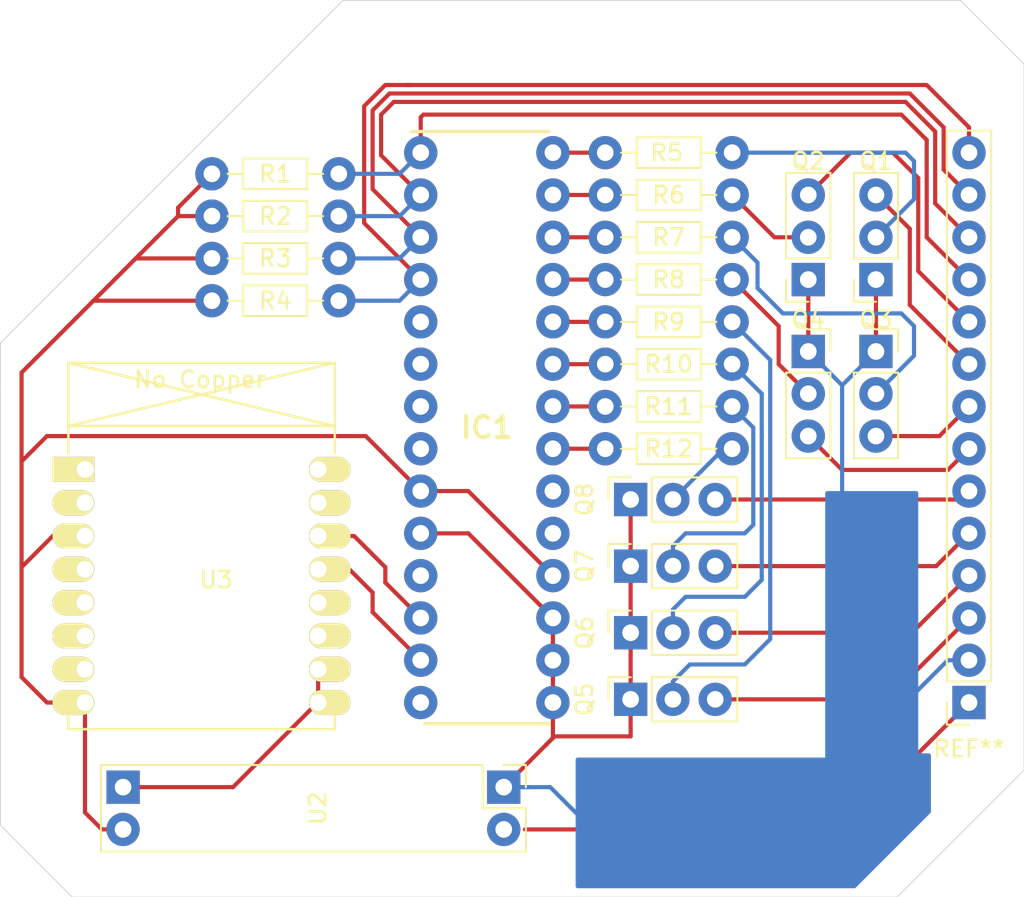
<source format=kicad_pcb>
(kicad_pcb (version 20171130) (host pcbnew "(5.1.6)-1")

  (general
    (thickness 1.6)
    (drawings 9)
    (tracks 181)
    (zones 0)
    (modules 24)
    (nets 2)
  )

  (page A4)
  (title_block
    (title Altana)
    (date 2020-10-24)
    (rev 3)
    (company "Jakub Górski")
    (comment 1 "8 relays")
    (comment 2 "4 buttons")
  )

  (layers
    (0 F.Cu signal)
    (31 B.Cu signal)
    (32 B.Adhes user)
    (33 F.Adhes user)
    (34 B.Paste user)
    (35 F.Paste user)
    (36 B.SilkS user)
    (37 F.SilkS user)
    (38 B.Mask user)
    (39 F.Mask user)
    (40 Dwgs.User user)
    (41 Cmts.User user)
    (42 Eco1.User user)
    (43 Eco2.User user)
    (44 Edge.Cuts user)
    (45 Margin user)
    (46 B.CrtYd user)
    (47 F.CrtYd user)
    (48 B.Fab user)
    (49 F.Fab user)
  )

  (setup
    (last_trace_width 0.25)
    (trace_clearance 0.2)
    (zone_clearance 0.508)
    (zone_45_only yes)
    (trace_min 0.2)
    (via_size 0.8)
    (via_drill 0.4)
    (via_min_size 0.4)
    (via_min_drill 0.3)
    (uvia_size 0.3)
    (uvia_drill 0.1)
    (uvias_allowed no)
    (uvia_min_size 0.2)
    (uvia_min_drill 0.1)
    (edge_width 0.05)
    (segment_width 0.2)
    (pcb_text_width 0.3)
    (pcb_text_size 1.5 1.5)
    (mod_edge_width 0.12)
    (mod_text_size 1 1)
    (mod_text_width 0.15)
    (pad_size 2 2)
    (pad_drill 1)
    (pad_to_mask_clearance 0.05)
    (aux_axis_origin 0 0)
    (visible_elements 7FFDFF7F)
    (pcbplotparams
      (layerselection 0x010f0_ffffffff)
      (usegerberextensions false)
      (usegerberattributes true)
      (usegerberadvancedattributes true)
      (creategerberjobfile true)
      (excludeedgelayer true)
      (linewidth 0.100000)
      (plotframeref false)
      (viasonmask false)
      (mode 1)
      (useauxorigin false)
      (hpglpennumber 1)
      (hpglpenspeed 20)
      (hpglpendiameter 15.000000)
      (psnegative false)
      (psa4output false)
      (plotreference true)
      (plotvalue false)
      (plotinvisibletext false)
      (padsonsilk false)
      (subtractmaskfromsilk false)
      (outputformat 1)
      (mirror false)
      (drillshape 0)
      (scaleselection 1)
      (outputdirectory "Z:/Projekty/Projekty KiCad/ESP8266 w altanie/"))
  )

  (net 0 "")
  (net 1 GND)

  (net_class Default "This is the default net class."
    (clearance 0.2)
    (trace_width 0.25)
    (via_dia 0.8)
    (via_drill 0.4)
    (uvia_dia 0.3)
    (uvia_drill 0.1)
    (add_net GND)
  )

  (module ESP8266:ESP-07v2 (layer F.Cu) (tedit 5F9C4CE9) (tstamp 5F3C435D)
    (at 21.844 45.182)
    (descr "Module, ESP-8266, ESP-07v2, 16 pad, SMD")
    (tags "Module ESP-8266 ESP8266")
    (fp_text reference U3 (at 7.874 6.634) (layer F.SilkS)
      (effects (font (size 1 1) (thickness 0.15)))
    )
    (fp_text value ESP-07v2 (at 0 9.6) (layer F.Fab)
      (effects (font (size 1 1) (thickness 0.15)))
    )
    (fp_line (start -1 -6.4) (end 15 -6.4) (layer F.Fab) (width 0.05))
    (fp_line (start -1.008 15.6) (end -1.008 -6.4) (layer F.Fab) (width 0.05))
    (fp_line (start 15 15.6) (end -1 15.6) (layer F.Fab) (width 0.05))
    (fp_line (start 15 -6.4) (end 15 15.6) (layer F.Fab) (width 0.05))
    (fp_line (start -1.008 -2.6) (end 14.992 -2.6) (layer F.SilkS) (width 0.1524))
    (fp_line (start -1 -6.4) (end 15 -2.6) (layer F.SilkS) (width 0.1524))
    (fp_line (start 15 -6.4) (end -1 -2.6) (layer F.SilkS) (width 0.1524))
    (fp_line (start 15 15.6) (end 15 14.8) (layer F.SilkS) (width 0.1524))
    (fp_line (start -1 15.6) (end 15 15.6) (layer F.SilkS) (width 0.1524))
    (fp_line (start -1 14.8) (end -1 15.6) (layer F.SilkS) (width 0.1524))
    (fp_line (start -1 -6.4) (end -1 -1) (layer F.SilkS) (width 0.1524))
    (fp_line (start 15 -6.4) (end 15 -1) (layer F.SilkS) (width 0.1524))
    (fp_line (start -1 -6.4) (end 15 -6.4) (layer F.SilkS) (width 0.1524))
    (fp_line (start -2.25 16) (end -2.25 -0.5) (layer F.CrtYd) (width 0.05))
    (fp_line (start 16.25 16) (end -2.25 16) (layer F.CrtYd) (width 0.05))
    (fp_line (start 16.25 -6.65) (end 16.25 16) (layer F.CrtYd) (width 0.05))
    (fp_line (start -2.25 -6.65) (end 16.25 -6.65) (layer F.CrtYd) (width 0.05))
    (fp_line (start -2.25 -0.5) (end -2.25 -6.65) (layer F.CrtYd) (width 0.05))
    (fp_text user %R (at 0 0) (layer F.Fab)
      (effects (font (size 1 1) (thickness 0.15)))
    )
    (fp_text user "No Copper" (at 6.892 -5.4) (layer F.SilkS)
      (effects (font (size 1 1) (thickness 0.15)))
    )
    (pad 16 thru_hole oval (at 14 0) (size 2.5 1.5) (drill 1 (offset 0.7 0)) (layers *.Cu *.Mask F.Paste F.SilkS))
    (pad 15 thru_hole oval (at 14 2) (size 2.5 1.5) (drill 1 (offset 0.7 0)) (layers *.Cu *.Mask F.Paste F.SilkS))
    (pad 14 thru_hole oval (at 14 4) (size 2.5 1.5) (drill 1 (offset 0.7 0)) (layers *.Cu *.Mask F.Paste F.SilkS))
    (pad 13 thru_hole oval (at 14 6) (size 2.5 1.5) (drill 1 (offset 0.7 0)) (layers *.Cu *.Mask F.Paste F.SilkS))
    (pad 12 thru_hole oval (at 14 8) (size 2.5 1.5) (drill 1 (offset 0.7 0)) (layers *.Cu *.Mask F.Paste F.SilkS))
    (pad 11 thru_hole oval (at 14 10) (size 2.5 1.5) (drill 1 (offset 0.7 0)) (layers *.Cu *.Mask F.Paste F.SilkS))
    (pad 10 thru_hole oval (at 14 12) (size 2.5 1.5) (drill 1 (offset 0.7 0)) (layers *.Cu *.Mask F.Paste F.SilkS)
      (net 1 GND))
    (pad 9 thru_hole oval (at 14 14) (size 2.5 1.5) (drill 1 (offset 0.7 0)) (layers *.Cu *.Mask F.Paste F.SilkS)
      (net 1 GND))
    (pad 8 thru_hole oval (at 0 14) (size 2.5 1.5) (drill 1 (offset -0.7 0)) (layers *.Cu *.Mask F.Paste F.SilkS))
    (pad 7 thru_hole oval (at 0 12) (size 2.5 1.5) (drill 1 (offset -0.7 0)) (layers *.Cu *.Mask F.Paste F.SilkS))
    (pad 6 thru_hole oval (at 0 10) (size 2.5 1.5) (drill 1 (offset -0.7 0)) (layers *.Cu *.Mask F.Paste F.SilkS))
    (pad 5 thru_hole oval (at 0 8) (size 2.5 1.5) (drill 1 (offset -0.7 0)) (layers *.Cu *.Mask F.Paste F.SilkS))
    (pad 4 thru_hole oval (at 0 6) (size 2.5 1.5) (drill 1 (offset -0.7 0)) (layers *.Cu *.Mask F.Paste F.SilkS))
    (pad 3 thru_hole oval (at 0 4) (size 2.5 1.5) (drill 1 (offset -0.7 0)) (layers *.Cu *.Mask F.Paste F.SilkS))
    (pad 2 thru_hole oval (at 0 2) (size 2.5 1.5) (drill 1 (offset -0.7 0)) (layers *.Cu *.Mask F.Paste F.SilkS))
    (pad 1 thru_hole rect (at 0 0) (size 2.5 1.5) (drill 1 (offset -0.7 0)) (layers *.Cu *.Mask F.Paste F.SilkS))
    (model ${ESPLIB}/ESP8266.3dshapes/ESP-07v2.wrl
      (at (xyz 0 0 0))
      (scale (xyz 0.3937 0.3937 0.3937))
      (rotate (xyz 0 0 0))
    )
  )

  (module "Arduino Relay:5v to 3.3v" (layer F.Cu) (tedit 5F9C4C53) (tstamp 5F3C4766)
    (at 35.56 65.532 270)
    (fp_text reference U2 (at 0 -0.254 90) (layer F.SilkS)
      (effects (font (size 1 1) (thickness 0.15)))
    )
    (fp_text value "5v to 3.3v" (at 0 13.97 90) (layer F.Fab)
      (effects (font (size 1 1) (thickness 0.15)))
    )
    (fp_line (start -1.27 -12.7) (end 2.54 -12.7) (layer F.Fab) (width 0.1))
    (fp_line (start 3.08 -13.23) (end -3.07 -13.23) (layer F.CrtYd) (width 0.05))
    (fp_line (start -2.6 -12.76) (end -1.27 -12.76) (layer F.SilkS) (width 0.12))
    (fp_line (start 0 -10.16) (end 0 -12.76) (layer F.SilkS) (width 0.12))
    (fp_line (start 3.08 13.22) (end 3.08 -13.23) (layer F.CrtYd) (width 0.05))
    (fp_line (start -2.6 -11.43) (end -2.6 -12.76) (layer F.SilkS) (width 0.12))
    (fp_line (start 2.54 -12.7) (end 2.54 12.7) (layer F.Fab) (width 0.1))
    (fp_line (start -3.07 -13.23) (end -3.07 13.22) (layer F.CrtYd) (width 0.05))
    (fp_line (start -2.54 -11.43) (end -1.27 -12.7) (layer F.Fab) (width 0.1))
    (fp_line (start 0 -12.76) (end 2.6 -12.76) (layer F.SilkS) (width 0.12))
    (fp_line (start -3.07 13.22) (end 3.08 13.22) (layer F.CrtYd) (width 0.05))
    (fp_line (start -2.6 -10.16) (end -2.6 12.76) (layer F.SilkS) (width 0.12))
    (fp_line (start -2.6 -10.16) (end 0 -10.16) (layer F.SilkS) (width 0.12))
    (fp_line (start 2.6 -12.76) (end 2.6 12.76) (layer F.SilkS) (width 0.12))
    (fp_line (start 2.54 12.7) (end -2.54 12.7) (layer F.Fab) (width 0.1))
    (fp_line (start -2.54 12.7) (end -2.54 -11.43) (layer F.Fab) (width 0.1))
    (fp_line (start -2.6 12.76) (end 2.6 12.76) (layer F.SilkS) (width 0.12))
    (pad 1 thru_hole rect (at -1.27 11.43 270) (size 2 2) (drill 1) (layers *.Cu *.Mask)
      (net 1 GND))
    (pad 3 thru_hole circle (at 1.27 11.43 270) (size 2 2) (drill 1) (layers *.Cu *.Mask))
    (pad 2 thru_hole circle (at 1.27 -11.43 270) (size 2 2) (drill 1) (layers *.Cu *.Mask))
    (pad 1 thru_hole rect (at -1.27 -11.43 270) (size 2 2) (drill 1) (layers *.Cu *.Mask)
      (net 1 GND))
  )

  (module Connector_PinSocket_2.54mm:PinSocket_1x14_P2.54mm_Vertical (layer F.Cu) (tedit 5F9C4C1A) (tstamp 5F3C4B73)
    (at 74.93 59.182 180)
    (descr "Through hole straight socket strip, 1x14, 2.54mm pitch, single row (from Kicad 4.0.7), script generated")
    (tags "Through hole socket strip THT 1x14 2.54mm single row")
    (fp_text reference REF** (at 0 -2.77) (layer F.SilkS)
      (effects (font (size 1 1) (thickness 0.15)))
    )
    (fp_text value PinSocket_1x14_P2.54mm_Vertical (at 0 35.79) (layer F.Fab)
      (effects (font (size 1 1) (thickness 0.15)))
    )
    (fp_line (start -1.8 34.8) (end -1.8 -1.8) (layer F.CrtYd) (width 0.05))
    (fp_line (start 1.75 34.8) (end -1.8 34.8) (layer F.CrtYd) (width 0.05))
    (fp_line (start 1.75 -1.8) (end 1.75 34.8) (layer F.CrtYd) (width 0.05))
    (fp_line (start -1.8 -1.8) (end 1.75 -1.8) (layer F.CrtYd) (width 0.05))
    (fp_line (start 0 -1.33) (end 1.33 -1.33) (layer F.SilkS) (width 0.12))
    (fp_line (start 1.33 -1.33) (end 1.33 0) (layer F.SilkS) (width 0.12))
    (fp_line (start 1.33 1.27) (end 1.33 34.35) (layer F.SilkS) (width 0.12))
    (fp_line (start -1.33 34.35) (end 1.33 34.35) (layer F.SilkS) (width 0.12))
    (fp_line (start -1.33 1.27) (end -1.33 34.35) (layer F.SilkS) (width 0.12))
    (fp_line (start -1.33 1.27) (end 1.33 1.27) (layer F.SilkS) (width 0.12))
    (fp_line (start -1.27 34.29) (end -1.27 -1.27) (layer F.Fab) (width 0.1))
    (fp_line (start 1.27 34.29) (end -1.27 34.29) (layer F.Fab) (width 0.1))
    (fp_line (start 1.27 -0.635) (end 1.27 34.29) (layer F.Fab) (width 0.1))
    (fp_line (start 0.635 -1.27) (end 1.27 -0.635) (layer F.Fab) (width 0.1))
    (fp_line (start -1.27 -1.27) (end 0.635 -1.27) (layer F.Fab) (width 0.1))
    (fp_text user %R (at 0 16.51 90) (layer F.Fab)
      (effects (font (size 1 1) (thickness 0.15)))
    )
    (pad 14 thru_hole circle (at 0 33.02 180) (size 2 2) (drill 1) (layers *.Cu *.Mask))
    (pad 13 thru_hole circle (at 0 30.48 180) (size 2 2) (drill 1) (layers *.Cu *.Mask))
    (pad 12 thru_hole circle (at 0 27.94 180) (size 2 2) (drill 1) (layers *.Cu *.Mask))
    (pad 11 thru_hole circle (at 0 25.4 180) (size 2 2) (drill 1) (layers *.Cu *.Mask))
    (pad 10 thru_hole circle (at 0 22.86 180) (size 2 2) (drill 1) (layers *.Cu *.Mask))
    (pad 9 thru_hole circle (at 0 20.32 180) (size 2 2) (drill 1) (layers *.Cu *.Mask))
    (pad 8 thru_hole circle (at 0 17.78 180) (size 2 2) (drill 1) (layers *.Cu *.Mask))
    (pad 7 thru_hole circle (at 0 15.24 180) (size 2 2) (drill 1) (layers *.Cu *.Mask))
    (pad 6 thru_hole circle (at 0 12.7 180) (size 2 2) (drill 1) (layers *.Cu *.Mask))
    (pad 5 thru_hole circle (at 0 10.16 180) (size 2 2) (drill 1) (layers *.Cu *.Mask))
    (pad 4 thru_hole circle (at 0 7.62 180) (size 2 2) (drill 1) (layers *.Cu *.Mask))
    (pad 3 thru_hole circle (at 0 5.08 180) (size 2 2) (drill 1) (layers *.Cu *.Mask))
    (pad 2 thru_hole circle (at 0 2.54 180) (size 2 2) (drill 1) (layers *.Cu *.Mask)
      (net 1 GND))
    (pad 1 thru_hole rect (at 0 0 180) (size 2 2) (drill 1) (layers *.Cu *.Mask))
    (model ${KISYS3DMOD}/Connector_PinSocket_2.54mm.3dshapes/PinSocket_1x14_P2.54mm_Vertical.wrl
      (at (xyz 0 0 0))
      (scale (xyz 1 1 1))
      (rotate (xyz 0 0 0))
    )
  )

  (module Resistor_THT:R_Axial_DIN0204_L3.6mm_D1.6mm_P7.62mm_Horizontal (layer F.Cu) (tedit 5F9C4AC3) (tstamp 5F942AE2)
    (at 37.084 27.432 180)
    (descr "Resistor, Axial_DIN0204 series, Axial, Horizontal, pin pitch=7.62mm, 0.167W, length*diameter=3.6*1.6mm^2, http://cdn-reichelt.de/documents/datenblatt/B400/1_4W%23YAG.pdf")
    (tags "Resistor Axial_DIN0204 series Axial Horizontal pin pitch 7.62mm 0.167W length 3.6mm diameter 1.6mm")
    (fp_text reference R1 (at 3.81 0) (layer F.SilkS)
      (effects (font (size 1 1) (thickness 0.15)))
    )
    (fp_text value R_Axial_DIN0204_L3.6mm_D1.6mm_P7.62mm_Horizontal (at 3.81 1.92) (layer F.Fab)
      (effects (font (size 1 1) (thickness 0.15)))
    )
    (fp_line (start 8.57 -1.05) (end -0.95 -1.05) (layer F.CrtYd) (width 0.05))
    (fp_line (start 8.57 1.05) (end 8.57 -1.05) (layer F.CrtYd) (width 0.05))
    (fp_line (start -0.95 1.05) (end 8.57 1.05) (layer F.CrtYd) (width 0.05))
    (fp_line (start -0.95 -1.05) (end -0.95 1.05) (layer F.CrtYd) (width 0.05))
    (fp_line (start 6.68 0) (end 5.73 0) (layer F.SilkS) (width 0.12))
    (fp_line (start 0.94 0) (end 1.89 0) (layer F.SilkS) (width 0.12))
    (fp_line (start 5.73 -0.92) (end 1.89 -0.92) (layer F.SilkS) (width 0.12))
    (fp_line (start 5.73 0.92) (end 5.73 -0.92) (layer F.SilkS) (width 0.12))
    (fp_line (start 1.89 0.92) (end 5.73 0.92) (layer F.SilkS) (width 0.12))
    (fp_line (start 1.89 -0.92) (end 1.89 0.92) (layer F.SilkS) (width 0.12))
    (fp_line (start 7.62 0) (end 5.61 0) (layer F.Fab) (width 0.1))
    (fp_line (start 0 0) (end 2.01 0) (layer F.Fab) (width 0.1))
    (fp_line (start 5.61 -0.8) (end 2.01 -0.8) (layer F.Fab) (width 0.1))
    (fp_line (start 5.61 0.8) (end 5.61 -0.8) (layer F.Fab) (width 0.1))
    (fp_line (start 2.01 0.8) (end 5.61 0.8) (layer F.Fab) (width 0.1))
    (fp_line (start 2.01 -0.8) (end 2.01 0.8) (layer F.Fab) (width 0.1))
    (fp_text user R1 (at 3.81 0) (layer F.Fab)
      (effects (font (size 0.72 0.72) (thickness 0.108)))
    )
    (fp_text user %R (at 3.81 0) (layer F.Fab)
      (effects (font (size 0.72 0.72) (thickness 0.108)))
    )
    (pad 2 thru_hole circle (at 7.62 0 180) (size 2 2) (drill 1) (layers *.Cu *.Mask))
    (pad 1 thru_hole circle (at 0 0 180) (size 2 2) (drill 1) (layers *.Cu *.Mask))
    (model ${KISYS3DMOD}/Resistor_THT.3dshapes/R_Axial_DIN0204_L3.6mm_D1.6mm_P7.62mm_Horizontal.wrl
      (at (xyz 0 0 0))
      (scale (xyz 1 1 1))
      (rotate (xyz 0 0 0))
    )
  )

  (module SamacSys_Parts:DIP794W56P254L3486H508Q28N (layer F.Cu) (tedit 5F9C4A77) (tstamp 5F3C469B)
    (at 45.974 42.672)
    (descr "28-Lead Skinny Plastic Dual In-Line (SP) - 300mil Body [SPDIP]")
    (tags "Integrated Circuit")
    (fp_text reference IC1 (at 0 0) (layer F.SilkS)
      (effects (font (size 1.27 1.27) (thickness 0.254)))
    )
    (fp_text value DIP794W56P254L3486H508Q28N (at 0 0) (layer F.SilkS) hide
      (effects (font (size 1.27 1.27) (thickness 0.254)))
    )
    (fp_line (start -5.084 -18.03) (end 5.084 -18.03) (layer F.CrtYd) (width 0.05))
    (fp_line (start 5.084 -18.03) (end 5.084 18.03) (layer F.CrtYd) (width 0.05))
    (fp_line (start 5.084 18.03) (end -5.084 18.03) (layer F.CrtYd) (width 0.05))
    (fp_line (start -5.084 18.03) (end -5.084 -18.03) (layer F.CrtYd) (width 0.05))
    (fp_line (start -3.746 -17.78) (end 3.746 -17.78) (layer F.Fab) (width 0.1))
    (fp_line (start 3.746 -17.78) (end 3.746 17.78) (layer F.Fab) (width 0.1))
    (fp_line (start 3.746 17.78) (end -3.746 17.78) (layer F.Fab) (width 0.1))
    (fp_line (start -3.746 17.78) (end -3.746 -17.78) (layer F.Fab) (width 0.1))
    (fp_line (start -3.746 -16.51) (end -2.476 -17.78) (layer F.Fab) (width 0.1))
    (fp_line (start -4.548 -17.78) (end 3.746 -17.78) (layer F.SilkS) (width 0.2))
    (fp_line (start -3.746 17.78) (end 3.746 17.78) (layer F.SilkS) (width 0.2))
    (fp_text user %R (at 0 0) (layer F.Fab)
      (effects (font (size 1.27 1.27) (thickness 0.254)))
    )
    (pad 1 thru_hole circle (at -3.969 -16.51) (size 2 2) (drill 1) (layers *.Cu *.Mask))
    (pad 2 thru_hole circle (at -3.969 -13.97) (size 2 2) (drill 1) (layers *.Cu *.Mask))
    (pad 3 thru_hole circle (at -3.969 -11.43) (size 2 2) (drill 1) (layers *.Cu *.Mask))
    (pad 4 thru_hole circle (at -3.969 -8.89) (size 2 2) (drill 1) (layers *.Cu *.Mask))
    (pad 5 thru_hole circle (at -3.969 -6.35) (size 2 2) (drill 1) (layers *.Cu *.Mask))
    (pad 6 thru_hole circle (at -3.969 -3.81) (size 2 2) (drill 1) (layers *.Cu *.Mask))
    (pad 7 thru_hole circle (at -3.969 -1.27) (size 2 2) (drill 1) (layers *.Cu *.Mask))
    (pad 8 thru_hole circle (at -3.969 1.27) (size 2 2) (drill 1) (layers *.Cu *.Mask))
    (pad 9 thru_hole circle (at -3.969 3.81) (size 2 2) (drill 1) (layers *.Cu *.Mask))
    (pad 10 thru_hole circle (at -3.969 6.35) (size 2 2) (drill 1) (layers *.Cu *.Mask)
      (net 1 GND))
    (pad 11 thru_hole circle (at -3.969 8.89) (size 2 2) (drill 1) (layers *.Cu *.Mask))
    (pad 12 thru_hole circle (at -3.969 11.43) (size 2 2) (drill 1) (layers *.Cu *.Mask))
    (pad 13 thru_hole circle (at -3.969 13.97) (size 2 2) (drill 1) (layers *.Cu *.Mask))
    (pad 14 thru_hole circle (at -3.969 16.51) (size 2 2) (drill 1) (layers *.Cu *.Mask))
    (pad 15 thru_hole circle (at 3.969 16.51) (size 2 2) (drill 1) (layers *.Cu *.Mask)
      (net 1 GND))
    (pad 16 thru_hole circle (at 3.969 13.97) (size 2 2) (drill 1) (layers *.Cu *.Mask)
      (net 1 GND))
    (pad 17 thru_hole circle (at 3.969 11.43) (size 2 2) (drill 1) (layers *.Cu *.Mask)
      (net 1 GND))
    (pad 18 thru_hole circle (at 3.969 8.89) (size 2 2) (drill 1) (layers *.Cu *.Mask))
    (pad 19 thru_hole circle (at 3.969 6.35) (size 2 2) (drill 1) (layers *.Cu *.Mask))
    (pad 20 thru_hole circle (at 3.969 3.81) (size 2 2) (drill 1) (layers *.Cu *.Mask))
    (pad 21 thru_hole circle (at 3.969 1.27) (size 2 2) (drill 1) (layers *.Cu *.Mask))
    (pad 22 thru_hole circle (at 3.969 -1.27) (size 2 2) (drill 1) (layers *.Cu *.Mask))
    (pad 23 thru_hole circle (at 3.969 -3.81) (size 2 2) (drill 1) (layers *.Cu *.Mask))
    (pad 24 thru_hole circle (at 3.969 -6.35) (size 2 2) (drill 1) (layers *.Cu *.Mask))
    (pad 25 thru_hole circle (at 3.969 -8.89) (size 2 2) (drill 1) (layers *.Cu *.Mask))
    (pad 26 thru_hole circle (at 3.969 -11.43) (size 2 2) (drill 1) (layers *.Cu *.Mask))
    (pad 27 thru_hole circle (at 3.969 -13.97) (size 2 2) (drill 1) (layers *.Cu *.Mask))
    (pad 28 thru_hole circle (at 3.969 -16.51) (size 2 2) (drill 1) (layers *.Cu *.Mask))
    (model "P:\\Aplikacje\\KiCad\\outside_lib\\Library Loader\\SamacSys_Parts.3dshapes\\MCP23017-E_SP.stp"
      (at (xyz 0 0 0))
      (scale (xyz 1 1 1))
      (rotate (xyz 0 0 0))
    )
  )

  (module Resistor_THT:R_Axial_DIN0204_L3.6mm_D1.6mm_P7.62mm_Horizontal (layer F.Cu) (tedit 5F9C4AC3) (tstamp 5F942C48)
    (at 37.084 35.052 180)
    (descr "Resistor, Axial_DIN0204 series, Axial, Horizontal, pin pitch=7.62mm, 0.167W, length*diameter=3.6*1.6mm^2, http://cdn-reichelt.de/documents/datenblatt/B400/1_4W%23YAG.pdf")
    (tags "Resistor Axial_DIN0204 series Axial Horizontal pin pitch 7.62mm 0.167W length 3.6mm diameter 1.6mm")
    (fp_text reference R4 (at 3.81 0) (layer F.SilkS)
      (effects (font (size 1 1) (thickness 0.15)))
    )
    (fp_text value R_Axial_DIN0204_L3.6mm_D1.6mm_P7.62mm_Horizontal (at 3.81 1.92) (layer F.Fab)
      (effects (font (size 1 1) (thickness 0.15)))
    )
    (fp_line (start 8.57 -1.05) (end -0.95 -1.05) (layer F.CrtYd) (width 0.05))
    (fp_line (start 8.57 1.05) (end 8.57 -1.05) (layer F.CrtYd) (width 0.05))
    (fp_line (start -0.95 1.05) (end 8.57 1.05) (layer F.CrtYd) (width 0.05))
    (fp_line (start -0.95 -1.05) (end -0.95 1.05) (layer F.CrtYd) (width 0.05))
    (fp_line (start 6.68 0) (end 5.73 0) (layer F.SilkS) (width 0.12))
    (fp_line (start 0.94 0) (end 1.89 0) (layer F.SilkS) (width 0.12))
    (fp_line (start 5.73 -0.92) (end 1.89 -0.92) (layer F.SilkS) (width 0.12))
    (fp_line (start 5.73 0.92) (end 5.73 -0.92) (layer F.SilkS) (width 0.12))
    (fp_line (start 1.89 0.92) (end 5.73 0.92) (layer F.SilkS) (width 0.12))
    (fp_line (start 1.89 -0.92) (end 1.89 0.92) (layer F.SilkS) (width 0.12))
    (fp_line (start 7.62 0) (end 5.61 0) (layer F.Fab) (width 0.1))
    (fp_line (start 0 0) (end 2.01 0) (layer F.Fab) (width 0.1))
    (fp_line (start 5.61 -0.8) (end 2.01 -0.8) (layer F.Fab) (width 0.1))
    (fp_line (start 5.61 0.8) (end 5.61 -0.8) (layer F.Fab) (width 0.1))
    (fp_line (start 2.01 0.8) (end 5.61 0.8) (layer F.Fab) (width 0.1))
    (fp_line (start 2.01 -0.8) (end 2.01 0.8) (layer F.Fab) (width 0.1))
    (fp_text user R4 (at 3.81 0) (layer F.Fab)
      (effects (font (size 0.72 0.72) (thickness 0.108)))
    )
    (fp_text user %R (at 3.81 0) (layer F.Fab)
      (effects (font (size 0.72 0.72) (thickness 0.108)))
    )
    (pad 2 thru_hole circle (at 7.62 0 180) (size 2 2) (drill 1) (layers *.Cu *.Mask))
    (pad 1 thru_hole circle (at 0 0 180) (size 2 2) (drill 1) (layers *.Cu *.Mask))
    (model ${KISYS3DMOD}/Resistor_THT.3dshapes/R_Axial_DIN0204_L3.6mm_D1.6mm_P7.62mm_Horizontal.wrl
      (at (xyz 0 0 0))
      (scale (xyz 1 1 1))
      (rotate (xyz 0 0 0))
    )
  )

  (module Resistor_THT:R_Axial_DIN0204_L3.6mm_D1.6mm_P7.62mm_Horizontal (layer F.Cu) (tedit 5F9C4AC3) (tstamp 5F942C32)
    (at 37.084 32.512 180)
    (descr "Resistor, Axial_DIN0204 series, Axial, Horizontal, pin pitch=7.62mm, 0.167W, length*diameter=3.6*1.6mm^2, http://cdn-reichelt.de/documents/datenblatt/B400/1_4W%23YAG.pdf")
    (tags "Resistor Axial_DIN0204 series Axial Horizontal pin pitch 7.62mm 0.167W length 3.6mm diameter 1.6mm")
    (fp_text reference R3 (at 3.81 0) (layer F.SilkS)
      (effects (font (size 1 1) (thickness 0.15)))
    )
    (fp_text value R_Axial_DIN0204_L3.6mm_D1.6mm_P7.62mm_Horizontal (at 3.81 1.92) (layer F.Fab)
      (effects (font (size 1 1) (thickness 0.15)))
    )
    (fp_line (start 8.57 -1.05) (end -0.95 -1.05) (layer F.CrtYd) (width 0.05))
    (fp_line (start 8.57 1.05) (end 8.57 -1.05) (layer F.CrtYd) (width 0.05))
    (fp_line (start -0.95 1.05) (end 8.57 1.05) (layer F.CrtYd) (width 0.05))
    (fp_line (start -0.95 -1.05) (end -0.95 1.05) (layer F.CrtYd) (width 0.05))
    (fp_line (start 6.68 0) (end 5.73 0) (layer F.SilkS) (width 0.12))
    (fp_line (start 0.94 0) (end 1.89 0) (layer F.SilkS) (width 0.12))
    (fp_line (start 5.73 -0.92) (end 1.89 -0.92) (layer F.SilkS) (width 0.12))
    (fp_line (start 5.73 0.92) (end 5.73 -0.92) (layer F.SilkS) (width 0.12))
    (fp_line (start 1.89 0.92) (end 5.73 0.92) (layer F.SilkS) (width 0.12))
    (fp_line (start 1.89 -0.92) (end 1.89 0.92) (layer F.SilkS) (width 0.12))
    (fp_line (start 7.62 0) (end 5.61 0) (layer F.Fab) (width 0.1))
    (fp_line (start 0 0) (end 2.01 0) (layer F.Fab) (width 0.1))
    (fp_line (start 5.61 -0.8) (end 2.01 -0.8) (layer F.Fab) (width 0.1))
    (fp_line (start 5.61 0.8) (end 5.61 -0.8) (layer F.Fab) (width 0.1))
    (fp_line (start 2.01 0.8) (end 5.61 0.8) (layer F.Fab) (width 0.1))
    (fp_line (start 2.01 -0.8) (end 2.01 0.8) (layer F.Fab) (width 0.1))
    (fp_text user R3 (at 3.81 0) (layer F.Fab)
      (effects (font (size 0.72 0.72) (thickness 0.108)))
    )
    (fp_text user %R (at 3.81 0) (layer F.Fab)
      (effects (font (size 0.72 0.72) (thickness 0.108)))
    )
    (pad 2 thru_hole circle (at 7.62 0 180) (size 2 2) (drill 1) (layers *.Cu *.Mask))
    (pad 1 thru_hole circle (at 0 0 180) (size 2 2) (drill 1) (layers *.Cu *.Mask))
    (model ${KISYS3DMOD}/Resistor_THT.3dshapes/R_Axial_DIN0204_L3.6mm_D1.6mm_P7.62mm_Horizontal.wrl
      (at (xyz 0 0 0))
      (scale (xyz 1 1 1))
      (rotate (xyz 0 0 0))
    )
  )

  (module Resistor_THT:R_Axial_DIN0204_L3.6mm_D1.6mm_P7.62mm_Horizontal (layer F.Cu) (tedit 5F9C4AC3) (tstamp 5F942AE2)
    (at 37.084 29.972 180)
    (descr "Resistor, Axial_DIN0204 series, Axial, Horizontal, pin pitch=7.62mm, 0.167W, length*diameter=3.6*1.6mm^2, http://cdn-reichelt.de/documents/datenblatt/B400/1_4W%23YAG.pdf")
    (tags "Resistor Axial_DIN0204 series Axial Horizontal pin pitch 7.62mm 0.167W length 3.6mm diameter 1.6mm")
    (fp_text reference R2 (at 3.81 0) (layer F.SilkS)
      (effects (font (size 1 1) (thickness 0.15)))
    )
    (fp_text value R_Axial_DIN0204_L3.6mm_D1.6mm_P7.62mm_Horizontal (at 3.81 1.92) (layer F.Fab)
      (effects (font (size 1 1) (thickness 0.15)))
    )
    (fp_line (start 8.57 -1.05) (end -0.95 -1.05) (layer F.CrtYd) (width 0.05))
    (fp_line (start 8.57 1.05) (end 8.57 -1.05) (layer F.CrtYd) (width 0.05))
    (fp_line (start -0.95 1.05) (end 8.57 1.05) (layer F.CrtYd) (width 0.05))
    (fp_line (start -0.95 -1.05) (end -0.95 1.05) (layer F.CrtYd) (width 0.05))
    (fp_line (start 6.68 0) (end 5.73 0) (layer F.SilkS) (width 0.12))
    (fp_line (start 0.94 0) (end 1.89 0) (layer F.SilkS) (width 0.12))
    (fp_line (start 5.73 -0.92) (end 1.89 -0.92) (layer F.SilkS) (width 0.12))
    (fp_line (start 5.73 0.92) (end 5.73 -0.92) (layer F.SilkS) (width 0.12))
    (fp_line (start 1.89 0.92) (end 5.73 0.92) (layer F.SilkS) (width 0.12))
    (fp_line (start 1.89 -0.92) (end 1.89 0.92) (layer F.SilkS) (width 0.12))
    (fp_line (start 7.62 0) (end 5.61 0) (layer F.Fab) (width 0.1))
    (fp_line (start 0 0) (end 2.01 0) (layer F.Fab) (width 0.1))
    (fp_line (start 5.61 -0.8) (end 2.01 -0.8) (layer F.Fab) (width 0.1))
    (fp_line (start 5.61 0.8) (end 5.61 -0.8) (layer F.Fab) (width 0.1))
    (fp_line (start 2.01 0.8) (end 5.61 0.8) (layer F.Fab) (width 0.1))
    (fp_line (start 2.01 -0.8) (end 2.01 0.8) (layer F.Fab) (width 0.1))
    (fp_text user R2 (at 3.81 0) (layer F.Fab)
      (effects (font (size 0.72 0.72) (thickness 0.108)))
    )
    (fp_text user %R (at 3.81 0) (layer F.Fab)
      (effects (font (size 0.72 0.72) (thickness 0.108)))
    )
    (pad 2 thru_hole circle (at 7.62 0 180) (size 2 2) (drill 1) (layers *.Cu *.Mask))
    (pad 1 thru_hole circle (at 0 0 180) (size 2 2) (drill 1) (layers *.Cu *.Mask))
    (model ${KISYS3DMOD}/Resistor_THT.3dshapes/R_Axial_DIN0204_L3.6mm_D1.6mm_P7.62mm_Horizontal.wrl
      (at (xyz 0 0 0))
      (scale (xyz 1 1 1))
      (rotate (xyz 0 0 0))
    )
  )

  (module Connector_PinSocket_2.54mm:PinSocket_1x03_P2.54mm_Vertical (layer F.Cu) (tedit 5F9C4BB1) (tstamp 5F3CA183)
    (at 69.342 38.1)
    (descr "Through hole straight socket strip, 1x03, 2.54mm pitch, single row (from Kicad 4.0.7), script generated")
    (tags "Through hole socket strip THT 1x03 2.54mm single row")
    (fp_text reference Q1 (at 0 -11.43) (layer F.SilkS)
      (effects (font (size 1 1) (thickness 0.15)))
    )
    (fp_text value PinSocket_1x03_P2.54mm_Vertical (at 0 7.85) (layer F.Fab)
      (effects (font (size 1 1) (thickness 0.15)))
    )
    (fp_line (start -1.8 6.85) (end -1.8 -1.8) (layer F.CrtYd) (width 0.05))
    (fp_line (start 1.75 6.85) (end -1.8 6.85) (layer F.CrtYd) (width 0.05))
    (fp_line (start 1.75 -1.8) (end 1.75 6.85) (layer F.CrtYd) (width 0.05))
    (fp_line (start -1.8 -1.8) (end 1.75 -1.8) (layer F.CrtYd) (width 0.05))
    (fp_line (start 0 -1.33) (end 1.33 -1.33) (layer F.SilkS) (width 0.12))
    (fp_line (start 1.33 -1.33) (end 1.33 0) (layer F.SilkS) (width 0.12))
    (fp_line (start 1.33 1.27) (end 1.33 6.41) (layer F.SilkS) (width 0.12))
    (fp_line (start -1.33 6.41) (end 1.33 6.41) (layer F.SilkS) (width 0.12))
    (fp_line (start -1.33 1.27) (end -1.33 6.41) (layer F.SilkS) (width 0.12))
    (fp_line (start -1.33 1.27) (end 1.33 1.27) (layer F.SilkS) (width 0.12))
    (fp_line (start -1.27 6.35) (end -1.27 -1.27) (layer F.Fab) (width 0.1))
    (fp_line (start 1.27 6.35) (end -1.27 6.35) (layer F.Fab) (width 0.1))
    (fp_line (start 1.27 -0.635) (end 1.27 6.35) (layer F.Fab) (width 0.1))
    (fp_line (start 0.635 -1.27) (end 1.27 -0.635) (layer F.Fab) (width 0.1))
    (fp_line (start -1.27 -1.27) (end 0.635 -1.27) (layer F.Fab) (width 0.1))
    (fp_text user %R (at 0 2.54 90) (layer F.Fab)
      (effects (font (size 1 1) (thickness 0.15)))
    )
    (pad 3 thru_hole circle (at 0 5.08) (size 2 2) (drill 1) (layers *.Cu *.Mask))
    (pad 2 thru_hole circle (at 0 2.54) (size 2 2) (drill 1) (layers *.Cu *.Mask))
    (pad 1 thru_hole rect (at 0 0) (size 2 2) (drill 1) (layers *.Cu *.Mask)
      (net 1 GND))
    (model ${KISYS3DMOD}/Connector_PinSocket_2.54mm.3dshapes/PinSocket_1x03_P2.54mm_Vertical.wrl
      (at (xyz 0 0 0))
      (scale (xyz 1 1 1))
      (rotate (xyz 0 0 0))
    )
  )

  (module Connector_PinSocket_2.54mm:PinSocket_1x03_P2.54mm_Vertical (layer F.Cu) (tedit 5F9C4BB1) (tstamp 5F3CA183)
    (at 69.342 33.782 180)
    (descr "Through hole straight socket strip, 1x03, 2.54mm pitch, single row (from Kicad 4.0.7), script generated")
    (tags "Through hole socket strip THT 1x03 2.54mm single row")
    (fp_text reference Q3 (at 0 -2.413) (layer F.SilkS)
      (effects (font (size 1 1) (thickness 0.15)))
    )
    (fp_text value PinSocket_1x03_P2.54mm_Vertical (at 0 7.85) (layer F.Fab)
      (effects (font (size 1 1) (thickness 0.15)))
    )
    (fp_line (start -1.8 6.85) (end -1.8 -1.8) (layer F.CrtYd) (width 0.05))
    (fp_line (start 1.75 6.85) (end -1.8 6.85) (layer F.CrtYd) (width 0.05))
    (fp_line (start 1.75 -1.8) (end 1.75 6.85) (layer F.CrtYd) (width 0.05))
    (fp_line (start -1.8 -1.8) (end 1.75 -1.8) (layer F.CrtYd) (width 0.05))
    (fp_line (start 0 -1.33) (end 1.33 -1.33) (layer F.SilkS) (width 0.12))
    (fp_line (start 1.33 -1.33) (end 1.33 0) (layer F.SilkS) (width 0.12))
    (fp_line (start 1.33 1.27) (end 1.33 6.41) (layer F.SilkS) (width 0.12))
    (fp_line (start -1.33 6.41) (end 1.33 6.41) (layer F.SilkS) (width 0.12))
    (fp_line (start -1.33 1.27) (end -1.33 6.41) (layer F.SilkS) (width 0.12))
    (fp_line (start -1.33 1.27) (end 1.33 1.27) (layer F.SilkS) (width 0.12))
    (fp_line (start -1.27 6.35) (end -1.27 -1.27) (layer F.Fab) (width 0.1))
    (fp_line (start 1.27 6.35) (end -1.27 6.35) (layer F.Fab) (width 0.1))
    (fp_line (start 1.27 -0.635) (end 1.27 6.35) (layer F.Fab) (width 0.1))
    (fp_line (start 0.635 -1.27) (end 1.27 -0.635) (layer F.Fab) (width 0.1))
    (fp_line (start -1.27 -1.27) (end 0.635 -1.27) (layer F.Fab) (width 0.1))
    (fp_text user %R (at 0 2.54 90) (layer F.Fab)
      (effects (font (size 1 1) (thickness 0.15)))
    )
    (pad 3 thru_hole circle (at 0 5.08 180) (size 2 2) (drill 1) (layers *.Cu *.Mask))
    (pad 2 thru_hole circle (at 0 2.54 180) (size 2 2) (drill 1) (layers *.Cu *.Mask))
    (pad 1 thru_hole rect (at 0 0 180) (size 2 2) (drill 1) (layers *.Cu *.Mask)
      (net 1 GND))
    (model ${KISYS3DMOD}/Connector_PinSocket_2.54mm.3dshapes/PinSocket_1x03_P2.54mm_Vertical.wrl
      (at (xyz 0 0 0))
      (scale (xyz 1 1 1))
      (rotate (xyz 0 0 0))
    )
  )

  (module Connector_PinSocket_2.54mm:PinSocket_1x03_P2.54mm_Vertical (layer F.Cu) (tedit 5F9C4BB1) (tstamp 5F3CA0E3)
    (at 65.278 33.782 180)
    (descr "Through hole straight socket strip, 1x03, 2.54mm pitch, single row (from Kicad 4.0.7), script generated")
    (tags "Through hole socket strip THT 1x03 2.54mm single row")
    (fp_text reference Q4 (at 0 -2.413) (layer F.SilkS)
      (effects (font (size 1 1) (thickness 0.15)))
    )
    (fp_text value PinSocket_1x03_P2.54mm_Vertical (at 0 7.85) (layer F.Fab)
      (effects (font (size 1 1) (thickness 0.15)))
    )
    (fp_line (start -1.8 6.85) (end -1.8 -1.8) (layer F.CrtYd) (width 0.05))
    (fp_line (start 1.75 6.85) (end -1.8 6.85) (layer F.CrtYd) (width 0.05))
    (fp_line (start 1.75 -1.8) (end 1.75 6.85) (layer F.CrtYd) (width 0.05))
    (fp_line (start -1.8 -1.8) (end 1.75 -1.8) (layer F.CrtYd) (width 0.05))
    (fp_line (start 0 -1.33) (end 1.33 -1.33) (layer F.SilkS) (width 0.12))
    (fp_line (start 1.33 -1.33) (end 1.33 0) (layer F.SilkS) (width 0.12))
    (fp_line (start 1.33 1.27) (end 1.33 6.41) (layer F.SilkS) (width 0.12))
    (fp_line (start -1.33 6.41) (end 1.33 6.41) (layer F.SilkS) (width 0.12))
    (fp_line (start -1.33 1.27) (end -1.33 6.41) (layer F.SilkS) (width 0.12))
    (fp_line (start -1.33 1.27) (end 1.33 1.27) (layer F.SilkS) (width 0.12))
    (fp_line (start -1.27 6.35) (end -1.27 -1.27) (layer F.Fab) (width 0.1))
    (fp_line (start 1.27 6.35) (end -1.27 6.35) (layer F.Fab) (width 0.1))
    (fp_line (start 1.27 -0.635) (end 1.27 6.35) (layer F.Fab) (width 0.1))
    (fp_line (start 0.635 -1.27) (end 1.27 -0.635) (layer F.Fab) (width 0.1))
    (fp_line (start -1.27 -1.27) (end 0.635 -1.27) (layer F.Fab) (width 0.1))
    (fp_text user %R (at 0 2.54 90) (layer F.Fab)
      (effects (font (size 1 1) (thickness 0.15)))
    )
    (pad 3 thru_hole circle (at 0 5.08 180) (size 2 2) (drill 1) (layers *.Cu *.Mask))
    (pad 2 thru_hole circle (at 0 2.54 180) (size 2 2) (drill 1) (layers *.Cu *.Mask))
    (pad 1 thru_hole rect (at 0 0 180) (size 2 2) (drill 1) (layers *.Cu *.Mask)
      (net 1 GND))
    (model ${KISYS3DMOD}/Connector_PinSocket_2.54mm.3dshapes/PinSocket_1x03_P2.54mm_Vertical.wrl
      (at (xyz 0 0 0))
      (scale (xyz 1 1 1))
      (rotate (xyz 0 0 0))
    )
  )

  (module Connector_PinSocket_2.54mm:PinSocket_1x03_P2.54mm_Vertical (layer F.Cu) (tedit 5F9C4BB1) (tstamp 5F3CA0E3)
    (at 65.278 38.1)
    (descr "Through hole straight socket strip, 1x03, 2.54mm pitch, single row (from Kicad 4.0.7), script generated")
    (tags "Through hole socket strip THT 1x03 2.54mm single row")
    (fp_text reference Q2 (at 0 -11.43) (layer F.SilkS)
      (effects (font (size 1 1) (thickness 0.15)))
    )
    (fp_text value PinSocket_1x03_P2.54mm_Vertical (at 0 7.85) (layer F.Fab)
      (effects (font (size 1 1) (thickness 0.15)))
    )
    (fp_line (start -1.8 6.85) (end -1.8 -1.8) (layer F.CrtYd) (width 0.05))
    (fp_line (start 1.75 6.85) (end -1.8 6.85) (layer F.CrtYd) (width 0.05))
    (fp_line (start 1.75 -1.8) (end 1.75 6.85) (layer F.CrtYd) (width 0.05))
    (fp_line (start -1.8 -1.8) (end 1.75 -1.8) (layer F.CrtYd) (width 0.05))
    (fp_line (start 0 -1.33) (end 1.33 -1.33) (layer F.SilkS) (width 0.12))
    (fp_line (start 1.33 -1.33) (end 1.33 0) (layer F.SilkS) (width 0.12))
    (fp_line (start 1.33 1.27) (end 1.33 6.41) (layer F.SilkS) (width 0.12))
    (fp_line (start -1.33 6.41) (end 1.33 6.41) (layer F.SilkS) (width 0.12))
    (fp_line (start -1.33 1.27) (end -1.33 6.41) (layer F.SilkS) (width 0.12))
    (fp_line (start -1.33 1.27) (end 1.33 1.27) (layer F.SilkS) (width 0.12))
    (fp_line (start -1.27 6.35) (end -1.27 -1.27) (layer F.Fab) (width 0.1))
    (fp_line (start 1.27 6.35) (end -1.27 6.35) (layer F.Fab) (width 0.1))
    (fp_line (start 1.27 -0.635) (end 1.27 6.35) (layer F.Fab) (width 0.1))
    (fp_line (start 0.635 -1.27) (end 1.27 -0.635) (layer F.Fab) (width 0.1))
    (fp_line (start -1.27 -1.27) (end 0.635 -1.27) (layer F.Fab) (width 0.1))
    (fp_text user %R (at 0 2.54 90) (layer F.Fab)
      (effects (font (size 1 1) (thickness 0.15)))
    )
    (pad 3 thru_hole circle (at 0 5.08) (size 2 2) (drill 1) (layers *.Cu *.Mask))
    (pad 2 thru_hole circle (at 0 2.54) (size 2 2) (drill 1) (layers *.Cu *.Mask))
    (pad 1 thru_hole rect (at 0 0) (size 2 2) (drill 1) (layers *.Cu *.Mask)
      (net 1 GND))
    (model ${KISYS3DMOD}/Connector_PinSocket_2.54mm.3dshapes/PinSocket_1x03_P2.54mm_Vertical.wrl
      (at (xyz 0 0 0))
      (scale (xyz 1 1 1))
      (rotate (xyz 0 0 0))
    )
  )

  (module Connector_PinSocket_2.54mm:PinSocket_1x03_P2.54mm_Vertical (layer F.Cu) (tedit 5F9C4BB1) (tstamp 5F3C9C49)
    (at 54.61 58.99 90)
    (descr "Through hole straight socket strip, 1x03, 2.54mm pitch, single row (from Kicad 4.0.7), script generated")
    (tags "Through hole socket strip THT 1x03 2.54mm single row")
    (fp_text reference Q5 (at 0 -2.77 90) (layer F.SilkS)
      (effects (font (size 1 1) (thickness 0.15)))
    )
    (fp_text value PinSocket_1x03_P2.54mm_Vertical (at 0 7.85 90) (layer F.Fab)
      (effects (font (size 1 1) (thickness 0.15)))
    )
    (fp_line (start -1.8 6.85) (end -1.8 -1.8) (layer F.CrtYd) (width 0.05))
    (fp_line (start 1.75 6.85) (end -1.8 6.85) (layer F.CrtYd) (width 0.05))
    (fp_line (start 1.75 -1.8) (end 1.75 6.85) (layer F.CrtYd) (width 0.05))
    (fp_line (start -1.8 -1.8) (end 1.75 -1.8) (layer F.CrtYd) (width 0.05))
    (fp_line (start 0 -1.33) (end 1.33 -1.33) (layer F.SilkS) (width 0.12))
    (fp_line (start 1.33 -1.33) (end 1.33 0) (layer F.SilkS) (width 0.12))
    (fp_line (start 1.33 1.27) (end 1.33 6.41) (layer F.SilkS) (width 0.12))
    (fp_line (start -1.33 6.41) (end 1.33 6.41) (layer F.SilkS) (width 0.12))
    (fp_line (start -1.33 1.27) (end -1.33 6.41) (layer F.SilkS) (width 0.12))
    (fp_line (start -1.33 1.27) (end 1.33 1.27) (layer F.SilkS) (width 0.12))
    (fp_line (start -1.27 6.35) (end -1.27 -1.27) (layer F.Fab) (width 0.1))
    (fp_line (start 1.27 6.35) (end -1.27 6.35) (layer F.Fab) (width 0.1))
    (fp_line (start 1.27 -0.635) (end 1.27 6.35) (layer F.Fab) (width 0.1))
    (fp_line (start 0.635 -1.27) (end 1.27 -0.635) (layer F.Fab) (width 0.1))
    (fp_line (start -1.27 -1.27) (end 0.635 -1.27) (layer F.Fab) (width 0.1))
    (fp_text user %R (at 0 2.54) (layer F.Fab)
      (effects (font (size 1 1) (thickness 0.15)))
    )
    (pad 3 thru_hole circle (at 0 5.08 90) (size 2 2) (drill 1) (layers *.Cu *.Mask))
    (pad 2 thru_hole circle (at 0 2.54 90) (size 2 2) (drill 1) (layers *.Cu *.Mask))
    (pad 1 thru_hole rect (at 0 0 90) (size 2 2) (drill 1) (layers *.Cu *.Mask)
      (net 1 GND))
    (model ${KISYS3DMOD}/Connector_PinSocket_2.54mm.3dshapes/PinSocket_1x03_P2.54mm_Vertical.wrl
      (at (xyz 0 0 0))
      (scale (xyz 1 1 1))
      (rotate (xyz 0 0 0))
    )
  )

  (module Connector_PinSocket_2.54mm:PinSocket_1x03_P2.54mm_Vertical (layer F.Cu) (tedit 5F9C4BB1) (tstamp 5F3C9C1D)
    (at 54.61 54.99 90)
    (descr "Through hole straight socket strip, 1x03, 2.54mm pitch, single row (from Kicad 4.0.7), script generated")
    (tags "Through hole socket strip THT 1x03 2.54mm single row")
    (fp_text reference Q6 (at 0 -2.77 90) (layer F.SilkS)
      (effects (font (size 1 1) (thickness 0.15)))
    )
    (fp_text value PinSocket_1x03_P2.54mm_Vertical (at 0 7.85 90) (layer F.Fab)
      (effects (font (size 1 1) (thickness 0.15)))
    )
    (fp_line (start -1.8 6.85) (end -1.8 -1.8) (layer F.CrtYd) (width 0.05))
    (fp_line (start 1.75 6.85) (end -1.8 6.85) (layer F.CrtYd) (width 0.05))
    (fp_line (start 1.75 -1.8) (end 1.75 6.85) (layer F.CrtYd) (width 0.05))
    (fp_line (start -1.8 -1.8) (end 1.75 -1.8) (layer F.CrtYd) (width 0.05))
    (fp_line (start 0 -1.33) (end 1.33 -1.33) (layer F.SilkS) (width 0.12))
    (fp_line (start 1.33 -1.33) (end 1.33 0) (layer F.SilkS) (width 0.12))
    (fp_line (start 1.33 1.27) (end 1.33 6.41) (layer F.SilkS) (width 0.12))
    (fp_line (start -1.33 6.41) (end 1.33 6.41) (layer F.SilkS) (width 0.12))
    (fp_line (start -1.33 1.27) (end -1.33 6.41) (layer F.SilkS) (width 0.12))
    (fp_line (start -1.33 1.27) (end 1.33 1.27) (layer F.SilkS) (width 0.12))
    (fp_line (start -1.27 6.35) (end -1.27 -1.27) (layer F.Fab) (width 0.1))
    (fp_line (start 1.27 6.35) (end -1.27 6.35) (layer F.Fab) (width 0.1))
    (fp_line (start 1.27 -0.635) (end 1.27 6.35) (layer F.Fab) (width 0.1))
    (fp_line (start 0.635 -1.27) (end 1.27 -0.635) (layer F.Fab) (width 0.1))
    (fp_line (start -1.27 -1.27) (end 0.635 -1.27) (layer F.Fab) (width 0.1))
    (fp_text user %R (at 0 2.54) (layer F.Fab)
      (effects (font (size 1 1) (thickness 0.15)))
    )
    (pad 3 thru_hole circle (at 0 5.08 90) (size 2 2) (drill 1) (layers *.Cu *.Mask))
    (pad 2 thru_hole circle (at 0 2.54 90) (size 2 2) (drill 1) (layers *.Cu *.Mask))
    (pad 1 thru_hole rect (at 0 0 90) (size 2 2) (drill 1) (layers *.Cu *.Mask)
      (net 1 GND))
    (model ${KISYS3DMOD}/Connector_PinSocket_2.54mm.3dshapes/PinSocket_1x03_P2.54mm_Vertical.wrl
      (at (xyz 0 0 0))
      (scale (xyz 1 1 1))
      (rotate (xyz 0 0 0))
    )
  )

  (module Connector_PinSocket_2.54mm:PinSocket_1x03_P2.54mm_Vertical (layer F.Cu) (tedit 5F9C4BB1) (tstamp 5F3C9BF1)
    (at 54.61 50.99 90)
    (descr "Through hole straight socket strip, 1x03, 2.54mm pitch, single row (from Kicad 4.0.7), script generated")
    (tags "Through hole socket strip THT 1x03 2.54mm single row")
    (fp_text reference Q7 (at 0 -2.77 90) (layer F.SilkS)
      (effects (font (size 1 1) (thickness 0.15)))
    )
    (fp_text value PinSocket_1x03_P2.54mm_Vertical (at 0 7.85 90) (layer F.Fab)
      (effects (font (size 1 1) (thickness 0.15)))
    )
    (fp_line (start -1.8 6.85) (end -1.8 -1.8) (layer F.CrtYd) (width 0.05))
    (fp_line (start 1.75 6.85) (end -1.8 6.85) (layer F.CrtYd) (width 0.05))
    (fp_line (start 1.75 -1.8) (end 1.75 6.85) (layer F.CrtYd) (width 0.05))
    (fp_line (start -1.8 -1.8) (end 1.75 -1.8) (layer F.CrtYd) (width 0.05))
    (fp_line (start 0 -1.33) (end 1.33 -1.33) (layer F.SilkS) (width 0.12))
    (fp_line (start 1.33 -1.33) (end 1.33 0) (layer F.SilkS) (width 0.12))
    (fp_line (start 1.33 1.27) (end 1.33 6.41) (layer F.SilkS) (width 0.12))
    (fp_line (start -1.33 6.41) (end 1.33 6.41) (layer F.SilkS) (width 0.12))
    (fp_line (start -1.33 1.27) (end -1.33 6.41) (layer F.SilkS) (width 0.12))
    (fp_line (start -1.33 1.27) (end 1.33 1.27) (layer F.SilkS) (width 0.12))
    (fp_line (start -1.27 6.35) (end -1.27 -1.27) (layer F.Fab) (width 0.1))
    (fp_line (start 1.27 6.35) (end -1.27 6.35) (layer F.Fab) (width 0.1))
    (fp_line (start 1.27 -0.635) (end 1.27 6.35) (layer F.Fab) (width 0.1))
    (fp_line (start 0.635 -1.27) (end 1.27 -0.635) (layer F.Fab) (width 0.1))
    (fp_line (start -1.27 -1.27) (end 0.635 -1.27) (layer F.Fab) (width 0.1))
    (fp_text user %R (at 0 2.54) (layer F.Fab)
      (effects (font (size 1 1) (thickness 0.15)))
    )
    (pad 3 thru_hole circle (at 0 5.08 90) (size 2 2) (drill 1) (layers *.Cu *.Mask))
    (pad 2 thru_hole circle (at 0 2.54 90) (size 2 2) (drill 1) (layers *.Cu *.Mask))
    (pad 1 thru_hole rect (at 0 0 90) (size 2 2) (drill 1) (layers *.Cu *.Mask)
      (net 1 GND))
    (model ${KISYS3DMOD}/Connector_PinSocket_2.54mm.3dshapes/PinSocket_1x03_P2.54mm_Vertical.wrl
      (at (xyz 0 0 0))
      (scale (xyz 1 1 1))
      (rotate (xyz 0 0 0))
    )
  )

  (module Resistor_THT:R_Axial_DIN0204_L3.6mm_D1.6mm_P7.62mm_Horizontal (layer F.Cu) (tedit 5F9C4AC3) (tstamp 5F3C8E0A)
    (at 53.086 43.942)
    (descr "Resistor, Axial_DIN0204 series, Axial, Horizontal, pin pitch=7.62mm, 0.167W, length*diameter=3.6*1.6mm^2, http://cdn-reichelt.de/documents/datenblatt/B400/1_4W%23YAG.pdf")
    (tags "Resistor Axial_DIN0204 series Axial Horizontal pin pitch 7.62mm 0.167W length 3.6mm diameter 1.6mm")
    (fp_text reference R12 (at 3.81 0) (layer F.SilkS)
      (effects (font (size 1 1) (thickness 0.15)))
    )
    (fp_text value R_Axial_DIN0204_L3.6mm_D1.6mm_P7.62mm_Horizontal (at 3.81 1.92) (layer F.Fab)
      (effects (font (size 1 1) (thickness 0.15)))
    )
    (fp_line (start 8.57 -1.05) (end -0.95 -1.05) (layer F.CrtYd) (width 0.05))
    (fp_line (start 8.57 1.05) (end 8.57 -1.05) (layer F.CrtYd) (width 0.05))
    (fp_line (start -0.95 1.05) (end 8.57 1.05) (layer F.CrtYd) (width 0.05))
    (fp_line (start -0.95 -1.05) (end -0.95 1.05) (layer F.CrtYd) (width 0.05))
    (fp_line (start 6.68 0) (end 5.73 0) (layer F.SilkS) (width 0.12))
    (fp_line (start 0.94 0) (end 1.89 0) (layer F.SilkS) (width 0.12))
    (fp_line (start 5.73 -0.92) (end 1.89 -0.92) (layer F.SilkS) (width 0.12))
    (fp_line (start 5.73 0.92) (end 5.73 -0.92) (layer F.SilkS) (width 0.12))
    (fp_line (start 1.89 0.92) (end 5.73 0.92) (layer F.SilkS) (width 0.12))
    (fp_line (start 1.89 -0.92) (end 1.89 0.92) (layer F.SilkS) (width 0.12))
    (fp_line (start 7.62 0) (end 5.61 0) (layer F.Fab) (width 0.1))
    (fp_line (start 0 0) (end 2.01 0) (layer F.Fab) (width 0.1))
    (fp_line (start 5.61 -0.8) (end 2.01 -0.8) (layer F.Fab) (width 0.1))
    (fp_line (start 5.61 0.8) (end 5.61 -0.8) (layer F.Fab) (width 0.1))
    (fp_line (start 2.01 0.8) (end 5.61 0.8) (layer F.Fab) (width 0.1))
    (fp_line (start 2.01 -0.8) (end 2.01 0.8) (layer F.Fab) (width 0.1))
    (fp_text user %R (at 3.81 0) (layer F.Fab)
      (effects (font (size 0.72 0.72) (thickness 0.108)))
    )
    (pad 2 thru_hole circle (at 7.62 0) (size 2 2) (drill 1) (layers *.Cu *.Mask))
    (pad 1 thru_hole circle (at 0 0) (size 2 2) (drill 1) (layers *.Cu *.Mask))
    (model ${KISYS3DMOD}/Resistor_THT.3dshapes/R_Axial_DIN0204_L3.6mm_D1.6mm_P7.62mm_Horizontal.wrl
      (at (xyz 0 0 0))
      (scale (xyz 1 1 1))
      (rotate (xyz 0 0 0))
    )
  )

  (module Resistor_THT:R_Axial_DIN0204_L3.6mm_D1.6mm_P7.62mm_Horizontal (layer F.Cu) (tedit 5F9C4AC3) (tstamp 5F3C8DDE)
    (at 53.086 41.402)
    (descr "Resistor, Axial_DIN0204 series, Axial, Horizontal, pin pitch=7.62mm, 0.167W, length*diameter=3.6*1.6mm^2, http://cdn-reichelt.de/documents/datenblatt/B400/1_4W%23YAG.pdf")
    (tags "Resistor Axial_DIN0204 series Axial Horizontal pin pitch 7.62mm 0.167W length 3.6mm diameter 1.6mm")
    (fp_text reference R11 (at 3.81 0) (layer F.SilkS)
      (effects (font (size 1 1) (thickness 0.15)))
    )
    (fp_text value R_Axial_DIN0204_L3.6mm_D1.6mm_P7.62mm_Horizontal (at 3.81 1.92) (layer F.Fab)
      (effects (font (size 1 1) (thickness 0.15)))
    )
    (fp_line (start 8.57 -1.05) (end -0.95 -1.05) (layer F.CrtYd) (width 0.05))
    (fp_line (start 8.57 1.05) (end 8.57 -1.05) (layer F.CrtYd) (width 0.05))
    (fp_line (start -0.95 1.05) (end 8.57 1.05) (layer F.CrtYd) (width 0.05))
    (fp_line (start -0.95 -1.05) (end -0.95 1.05) (layer F.CrtYd) (width 0.05))
    (fp_line (start 6.68 0) (end 5.73 0) (layer F.SilkS) (width 0.12))
    (fp_line (start 0.94 0) (end 1.89 0) (layer F.SilkS) (width 0.12))
    (fp_line (start 5.73 -0.92) (end 1.89 -0.92) (layer F.SilkS) (width 0.12))
    (fp_line (start 5.73 0.92) (end 5.73 -0.92) (layer F.SilkS) (width 0.12))
    (fp_line (start 1.89 0.92) (end 5.73 0.92) (layer F.SilkS) (width 0.12))
    (fp_line (start 1.89 -0.92) (end 1.89 0.92) (layer F.SilkS) (width 0.12))
    (fp_line (start 7.62 0) (end 5.61 0) (layer F.Fab) (width 0.1))
    (fp_line (start 0 0) (end 2.01 0) (layer F.Fab) (width 0.1))
    (fp_line (start 5.61 -0.8) (end 2.01 -0.8) (layer F.Fab) (width 0.1))
    (fp_line (start 5.61 0.8) (end 5.61 -0.8) (layer F.Fab) (width 0.1))
    (fp_line (start 2.01 0.8) (end 5.61 0.8) (layer F.Fab) (width 0.1))
    (fp_line (start 2.01 -0.8) (end 2.01 0.8) (layer F.Fab) (width 0.1))
    (fp_text user %R (at 3.81 0) (layer F.Fab)
      (effects (font (size 0.72 0.72) (thickness 0.108)))
    )
    (pad 2 thru_hole circle (at 7.62 0) (size 2 2) (drill 1) (layers *.Cu *.Mask))
    (pad 1 thru_hole circle (at 0 0) (size 2 2) (drill 1) (layers *.Cu *.Mask))
    (model ${KISYS3DMOD}/Resistor_THT.3dshapes/R_Axial_DIN0204_L3.6mm_D1.6mm_P7.62mm_Horizontal.wrl
      (at (xyz 0 0 0))
      (scale (xyz 1 1 1))
      (rotate (xyz 0 0 0))
    )
  )

  (module Resistor_THT:R_Axial_DIN0204_L3.6mm_D1.6mm_P7.62mm_Horizontal (layer F.Cu) (tedit 5F9C4AC3) (tstamp 5F3C8DB2)
    (at 53.086 38.862)
    (descr "Resistor, Axial_DIN0204 series, Axial, Horizontal, pin pitch=7.62mm, 0.167W, length*diameter=3.6*1.6mm^2, http://cdn-reichelt.de/documents/datenblatt/B400/1_4W%23YAG.pdf")
    (tags "Resistor Axial_DIN0204 series Axial Horizontal pin pitch 7.62mm 0.167W length 3.6mm diameter 1.6mm")
    (fp_text reference R10 (at 3.81 0) (layer F.SilkS)
      (effects (font (size 1 1) (thickness 0.15)))
    )
    (fp_text value R_Axial_DIN0204_L3.6mm_D1.6mm_P7.62mm_Horizontal (at 3.81 1.92) (layer F.Fab)
      (effects (font (size 1 1) (thickness 0.15)))
    )
    (fp_line (start 8.57 -1.05) (end -0.95 -1.05) (layer F.CrtYd) (width 0.05))
    (fp_line (start 8.57 1.05) (end 8.57 -1.05) (layer F.CrtYd) (width 0.05))
    (fp_line (start -0.95 1.05) (end 8.57 1.05) (layer F.CrtYd) (width 0.05))
    (fp_line (start -0.95 -1.05) (end -0.95 1.05) (layer F.CrtYd) (width 0.05))
    (fp_line (start 6.68 0) (end 5.73 0) (layer F.SilkS) (width 0.12))
    (fp_line (start 0.94 0) (end 1.89 0) (layer F.SilkS) (width 0.12))
    (fp_line (start 5.73 -0.92) (end 1.89 -0.92) (layer F.SilkS) (width 0.12))
    (fp_line (start 5.73 0.92) (end 5.73 -0.92) (layer F.SilkS) (width 0.12))
    (fp_line (start 1.89 0.92) (end 5.73 0.92) (layer F.SilkS) (width 0.12))
    (fp_line (start 1.89 -0.92) (end 1.89 0.92) (layer F.SilkS) (width 0.12))
    (fp_line (start 7.62 0) (end 5.61 0) (layer F.Fab) (width 0.1))
    (fp_line (start 0 0) (end 2.01 0) (layer F.Fab) (width 0.1))
    (fp_line (start 5.61 -0.8) (end 2.01 -0.8) (layer F.Fab) (width 0.1))
    (fp_line (start 5.61 0.8) (end 5.61 -0.8) (layer F.Fab) (width 0.1))
    (fp_line (start 2.01 0.8) (end 5.61 0.8) (layer F.Fab) (width 0.1))
    (fp_line (start 2.01 -0.8) (end 2.01 0.8) (layer F.Fab) (width 0.1))
    (fp_text user %R (at 3.81 0) (layer F.Fab)
      (effects (font (size 0.72 0.72) (thickness 0.108)))
    )
    (pad 2 thru_hole circle (at 7.62 0) (size 2 2) (drill 1) (layers *.Cu *.Mask))
    (pad 1 thru_hole circle (at 0 0) (size 2 2) (drill 1) (layers *.Cu *.Mask))
    (model ${KISYS3DMOD}/Resistor_THT.3dshapes/R_Axial_DIN0204_L3.6mm_D1.6mm_P7.62mm_Horizontal.wrl
      (at (xyz 0 0 0))
      (scale (xyz 1 1 1))
      (rotate (xyz 0 0 0))
    )
  )

  (module Resistor_THT:R_Axial_DIN0204_L3.6mm_D1.6mm_P7.62mm_Horizontal (layer F.Cu) (tedit 5F9C4AC3) (tstamp 5F3C8D86)
    (at 53.086 36.322)
    (descr "Resistor, Axial_DIN0204 series, Axial, Horizontal, pin pitch=7.62mm, 0.167W, length*diameter=3.6*1.6mm^2, http://cdn-reichelt.de/documents/datenblatt/B400/1_4W%23YAG.pdf")
    (tags "Resistor Axial_DIN0204 series Axial Horizontal pin pitch 7.62mm 0.167W length 3.6mm diameter 1.6mm")
    (fp_text reference R9 (at 3.81 0) (layer F.SilkS)
      (effects (font (size 1 1) (thickness 0.15)))
    )
    (fp_text value R_Axial_DIN0204_L3.6mm_D1.6mm_P7.62mm_Horizontal (at 3.81 1.92) (layer F.Fab)
      (effects (font (size 1 1) (thickness 0.15)))
    )
    (fp_line (start 8.57 -1.05) (end -0.95 -1.05) (layer F.CrtYd) (width 0.05))
    (fp_line (start 8.57 1.05) (end 8.57 -1.05) (layer F.CrtYd) (width 0.05))
    (fp_line (start -0.95 1.05) (end 8.57 1.05) (layer F.CrtYd) (width 0.05))
    (fp_line (start -0.95 -1.05) (end -0.95 1.05) (layer F.CrtYd) (width 0.05))
    (fp_line (start 6.68 0) (end 5.73 0) (layer F.SilkS) (width 0.12))
    (fp_line (start 0.94 0) (end 1.89 0) (layer F.SilkS) (width 0.12))
    (fp_line (start 5.73 -0.92) (end 1.89 -0.92) (layer F.SilkS) (width 0.12))
    (fp_line (start 5.73 0.92) (end 5.73 -0.92) (layer F.SilkS) (width 0.12))
    (fp_line (start 1.89 0.92) (end 5.73 0.92) (layer F.SilkS) (width 0.12))
    (fp_line (start 1.89 -0.92) (end 1.89 0.92) (layer F.SilkS) (width 0.12))
    (fp_line (start 7.62 0) (end 5.61 0) (layer F.Fab) (width 0.1))
    (fp_line (start 0 0) (end 2.01 0) (layer F.Fab) (width 0.1))
    (fp_line (start 5.61 -0.8) (end 2.01 -0.8) (layer F.Fab) (width 0.1))
    (fp_line (start 5.61 0.8) (end 5.61 -0.8) (layer F.Fab) (width 0.1))
    (fp_line (start 2.01 0.8) (end 5.61 0.8) (layer F.Fab) (width 0.1))
    (fp_line (start 2.01 -0.8) (end 2.01 0.8) (layer F.Fab) (width 0.1))
    (fp_text user %R (at 3.81 0) (layer F.Fab)
      (effects (font (size 0.72 0.72) (thickness 0.108)))
    )
    (pad 2 thru_hole circle (at 7.62 0) (size 2 2) (drill 1) (layers *.Cu *.Mask))
    (pad 1 thru_hole circle (at 0 0) (size 2 2) (drill 1) (layers *.Cu *.Mask))
    (model ${KISYS3DMOD}/Resistor_THT.3dshapes/R_Axial_DIN0204_L3.6mm_D1.6mm_P7.62mm_Horizontal.wrl
      (at (xyz 0 0 0))
      (scale (xyz 1 1 1))
      (rotate (xyz 0 0 0))
    )
  )

  (module Resistor_THT:R_Axial_DIN0204_L3.6mm_D1.6mm_P7.62mm_Horizontal (layer F.Cu) (tedit 5F9C4AC3) (tstamp 5F3C8D5A)
    (at 53.086 33.782)
    (descr "Resistor, Axial_DIN0204 series, Axial, Horizontal, pin pitch=7.62mm, 0.167W, length*diameter=3.6*1.6mm^2, http://cdn-reichelt.de/documents/datenblatt/B400/1_4W%23YAG.pdf")
    (tags "Resistor Axial_DIN0204 series Axial Horizontal pin pitch 7.62mm 0.167W length 3.6mm diameter 1.6mm")
    (fp_text reference R8 (at 3.81 0) (layer F.SilkS)
      (effects (font (size 1 1) (thickness 0.15)))
    )
    (fp_text value R_Axial_DIN0204_L3.6mm_D1.6mm_P7.62mm_Horizontal (at 3.81 1.92) (layer F.Fab)
      (effects (font (size 1 1) (thickness 0.15)))
    )
    (fp_line (start 8.57 -1.05) (end -0.95 -1.05) (layer F.CrtYd) (width 0.05))
    (fp_line (start 8.57 1.05) (end 8.57 -1.05) (layer F.CrtYd) (width 0.05))
    (fp_line (start -0.95 1.05) (end 8.57 1.05) (layer F.CrtYd) (width 0.05))
    (fp_line (start -0.95 -1.05) (end -0.95 1.05) (layer F.CrtYd) (width 0.05))
    (fp_line (start 6.68 0) (end 5.73 0) (layer F.SilkS) (width 0.12))
    (fp_line (start 0.94 0) (end 1.89 0) (layer F.SilkS) (width 0.12))
    (fp_line (start 5.73 -0.92) (end 1.89 -0.92) (layer F.SilkS) (width 0.12))
    (fp_line (start 5.73 0.92) (end 5.73 -0.92) (layer F.SilkS) (width 0.12))
    (fp_line (start 1.89 0.92) (end 5.73 0.92) (layer F.SilkS) (width 0.12))
    (fp_line (start 1.89 -0.92) (end 1.89 0.92) (layer F.SilkS) (width 0.12))
    (fp_line (start 7.62 0) (end 5.61 0) (layer F.Fab) (width 0.1))
    (fp_line (start 0 0) (end 2.01 0) (layer F.Fab) (width 0.1))
    (fp_line (start 5.61 -0.8) (end 2.01 -0.8) (layer F.Fab) (width 0.1))
    (fp_line (start 5.61 0.8) (end 5.61 -0.8) (layer F.Fab) (width 0.1))
    (fp_line (start 2.01 0.8) (end 5.61 0.8) (layer F.Fab) (width 0.1))
    (fp_line (start 2.01 -0.8) (end 2.01 0.8) (layer F.Fab) (width 0.1))
    (fp_text user %R (at 3.81 0) (layer F.Fab)
      (effects (font (size 0.72 0.72) (thickness 0.108)))
    )
    (pad 2 thru_hole circle (at 7.62 0) (size 2 2) (drill 1) (layers *.Cu *.Mask))
    (pad 1 thru_hole circle (at 0 0) (size 2 2) (drill 1) (layers *.Cu *.Mask))
    (model ${KISYS3DMOD}/Resistor_THT.3dshapes/R_Axial_DIN0204_L3.6mm_D1.6mm_P7.62mm_Horizontal.wrl
      (at (xyz 0 0 0))
      (scale (xyz 1 1 1))
      (rotate (xyz 0 0 0))
    )
  )

  (module Resistor_THT:R_Axial_DIN0204_L3.6mm_D1.6mm_P7.62mm_Horizontal (layer F.Cu) (tedit 5F9C4AC3) (tstamp 5F3C8D2E)
    (at 53.086 31.242)
    (descr "Resistor, Axial_DIN0204 series, Axial, Horizontal, pin pitch=7.62mm, 0.167W, length*diameter=3.6*1.6mm^2, http://cdn-reichelt.de/documents/datenblatt/B400/1_4W%23YAG.pdf")
    (tags "Resistor Axial_DIN0204 series Axial Horizontal pin pitch 7.62mm 0.167W length 3.6mm diameter 1.6mm")
    (fp_text reference R7 (at 3.81 0) (layer F.SilkS)
      (effects (font (size 1 1) (thickness 0.15)))
    )
    (fp_text value R_Axial_DIN0204_L3.6mm_D1.6mm_P7.62mm_Horizontal (at 3.81 1.92) (layer F.Fab)
      (effects (font (size 1 1) (thickness 0.15)))
    )
    (fp_line (start 8.57 -1.05) (end -0.95 -1.05) (layer F.CrtYd) (width 0.05))
    (fp_line (start 8.57 1.05) (end 8.57 -1.05) (layer F.CrtYd) (width 0.05))
    (fp_line (start -0.95 1.05) (end 8.57 1.05) (layer F.CrtYd) (width 0.05))
    (fp_line (start -0.95 -1.05) (end -0.95 1.05) (layer F.CrtYd) (width 0.05))
    (fp_line (start 6.68 0) (end 5.73 0) (layer F.SilkS) (width 0.12))
    (fp_line (start 0.94 0) (end 1.89 0) (layer F.SilkS) (width 0.12))
    (fp_line (start 5.73 -0.92) (end 1.89 -0.92) (layer F.SilkS) (width 0.12))
    (fp_line (start 5.73 0.92) (end 5.73 -0.92) (layer F.SilkS) (width 0.12))
    (fp_line (start 1.89 0.92) (end 5.73 0.92) (layer F.SilkS) (width 0.12))
    (fp_line (start 1.89 -0.92) (end 1.89 0.92) (layer F.SilkS) (width 0.12))
    (fp_line (start 7.62 0) (end 5.61 0) (layer F.Fab) (width 0.1))
    (fp_line (start 0 0) (end 2.01 0) (layer F.Fab) (width 0.1))
    (fp_line (start 5.61 -0.8) (end 2.01 -0.8) (layer F.Fab) (width 0.1))
    (fp_line (start 5.61 0.8) (end 5.61 -0.8) (layer F.Fab) (width 0.1))
    (fp_line (start 2.01 0.8) (end 5.61 0.8) (layer F.Fab) (width 0.1))
    (fp_line (start 2.01 -0.8) (end 2.01 0.8) (layer F.Fab) (width 0.1))
    (fp_text user %R (at 3.81 0) (layer F.Fab)
      (effects (font (size 0.72 0.72) (thickness 0.108)))
    )
    (pad 2 thru_hole circle (at 7.62 0) (size 2 2) (drill 1) (layers *.Cu *.Mask))
    (pad 1 thru_hole circle (at 0 0) (size 2 2) (drill 1) (layers *.Cu *.Mask))
    (model ${KISYS3DMOD}/Resistor_THT.3dshapes/R_Axial_DIN0204_L3.6mm_D1.6mm_P7.62mm_Horizontal.wrl
      (at (xyz 0 0 0))
      (scale (xyz 1 1 1))
      (rotate (xyz 0 0 0))
    )
  )

  (module Resistor_THT:R_Axial_DIN0204_L3.6mm_D1.6mm_P7.62mm_Horizontal (layer F.Cu) (tedit 5F9C4AC3) (tstamp 5F3C8D02)
    (at 53.086 28.702)
    (descr "Resistor, Axial_DIN0204 series, Axial, Horizontal, pin pitch=7.62mm, 0.167W, length*diameter=3.6*1.6mm^2, http://cdn-reichelt.de/documents/datenblatt/B400/1_4W%23YAG.pdf")
    (tags "Resistor Axial_DIN0204 series Axial Horizontal pin pitch 7.62mm 0.167W length 3.6mm diameter 1.6mm")
    (fp_text reference R6 (at 3.81 0) (layer F.SilkS)
      (effects (font (size 1 1) (thickness 0.15)))
    )
    (fp_text value R_Axial_DIN0204_L3.6mm_D1.6mm_P7.62mm_Horizontal (at 3.81 1.92) (layer F.Fab)
      (effects (font (size 1 1) (thickness 0.15)))
    )
    (fp_line (start 8.57 -1.05) (end -0.95 -1.05) (layer F.CrtYd) (width 0.05))
    (fp_line (start 8.57 1.05) (end 8.57 -1.05) (layer F.CrtYd) (width 0.05))
    (fp_line (start -0.95 1.05) (end 8.57 1.05) (layer F.CrtYd) (width 0.05))
    (fp_line (start -0.95 -1.05) (end -0.95 1.05) (layer F.CrtYd) (width 0.05))
    (fp_line (start 6.68 0) (end 5.73 0) (layer F.SilkS) (width 0.12))
    (fp_line (start 0.94 0) (end 1.89 0) (layer F.SilkS) (width 0.12))
    (fp_line (start 5.73 -0.92) (end 1.89 -0.92) (layer F.SilkS) (width 0.12))
    (fp_line (start 5.73 0.92) (end 5.73 -0.92) (layer F.SilkS) (width 0.12))
    (fp_line (start 1.89 0.92) (end 5.73 0.92) (layer F.SilkS) (width 0.12))
    (fp_line (start 1.89 -0.92) (end 1.89 0.92) (layer F.SilkS) (width 0.12))
    (fp_line (start 7.62 0) (end 5.61 0) (layer F.Fab) (width 0.1))
    (fp_line (start 0 0) (end 2.01 0) (layer F.Fab) (width 0.1))
    (fp_line (start 5.61 -0.8) (end 2.01 -0.8) (layer F.Fab) (width 0.1))
    (fp_line (start 5.61 0.8) (end 5.61 -0.8) (layer F.Fab) (width 0.1))
    (fp_line (start 2.01 0.8) (end 5.61 0.8) (layer F.Fab) (width 0.1))
    (fp_line (start 2.01 -0.8) (end 2.01 0.8) (layer F.Fab) (width 0.1))
    (fp_text user %R (at 3.81 0) (layer F.Fab)
      (effects (font (size 0.72 0.72) (thickness 0.108)))
    )
    (pad 2 thru_hole circle (at 7.62 0) (size 2 2) (drill 1) (layers *.Cu *.Mask))
    (pad 1 thru_hole circle (at 0 0) (size 2 2) (drill 1) (layers *.Cu *.Mask))
    (model ${KISYS3DMOD}/Resistor_THT.3dshapes/R_Axial_DIN0204_L3.6mm_D1.6mm_P7.62mm_Horizontal.wrl
      (at (xyz 0 0 0))
      (scale (xyz 1 1 1))
      (rotate (xyz 0 0 0))
    )
  )

  (module Connector_PinSocket_2.54mm:PinSocket_1x03_P2.54mm_Vertical (layer F.Cu) (tedit 5F9C4BB1) (tstamp 5F3C6FD8)
    (at 54.61 46.99 90)
    (descr "Through hole straight socket strip, 1x03, 2.54mm pitch, single row (from Kicad 4.0.7), script generated")
    (tags "Through hole socket strip THT 1x03 2.54mm single row")
    (fp_text reference Q8 (at 0 -2.77 90) (layer F.SilkS)
      (effects (font (size 1 1) (thickness 0.15)))
    )
    (fp_text value PinSocket_1x03_P2.54mm_Vertical (at 0 7.85 90) (layer F.Fab)
      (effects (font (size 1 1) (thickness 0.15)))
    )
    (fp_line (start -1.8 6.85) (end -1.8 -1.8) (layer F.CrtYd) (width 0.05))
    (fp_line (start 1.75 6.85) (end -1.8 6.85) (layer F.CrtYd) (width 0.05))
    (fp_line (start 1.75 -1.8) (end 1.75 6.85) (layer F.CrtYd) (width 0.05))
    (fp_line (start -1.8 -1.8) (end 1.75 -1.8) (layer F.CrtYd) (width 0.05))
    (fp_line (start 0 -1.33) (end 1.33 -1.33) (layer F.SilkS) (width 0.12))
    (fp_line (start 1.33 -1.33) (end 1.33 0) (layer F.SilkS) (width 0.12))
    (fp_line (start 1.33 1.27) (end 1.33 6.41) (layer F.SilkS) (width 0.12))
    (fp_line (start -1.33 6.41) (end 1.33 6.41) (layer F.SilkS) (width 0.12))
    (fp_line (start -1.33 1.27) (end -1.33 6.41) (layer F.SilkS) (width 0.12))
    (fp_line (start -1.33 1.27) (end 1.33 1.27) (layer F.SilkS) (width 0.12))
    (fp_line (start -1.27 6.35) (end -1.27 -1.27) (layer F.Fab) (width 0.1))
    (fp_line (start 1.27 6.35) (end -1.27 6.35) (layer F.Fab) (width 0.1))
    (fp_line (start 1.27 -0.635) (end 1.27 6.35) (layer F.Fab) (width 0.1))
    (fp_line (start 0.635 -1.27) (end 1.27 -0.635) (layer F.Fab) (width 0.1))
    (fp_line (start -1.27 -1.27) (end 0.635 -1.27) (layer F.Fab) (width 0.1))
    (fp_text user %R (at 0 2.54) (layer F.Fab)
      (effects (font (size 1 1) (thickness 0.15)))
    )
    (pad 3 thru_hole circle (at 0 5.08 90) (size 2 2) (drill 1) (layers *.Cu *.Mask))
    (pad 2 thru_hole circle (at 0 2.54 90) (size 2 2) (drill 1) (layers *.Cu *.Mask))
    (pad 1 thru_hole rect (at 0 0 90) (size 2 2) (drill 1) (layers *.Cu *.Mask)
      (net 1 GND))
    (model ${KISYS3DMOD}/Connector_PinSocket_2.54mm.3dshapes/PinSocket_1x03_P2.54mm_Vertical.wrl
      (at (xyz 0 0 0))
      (scale (xyz 1 1 1))
      (rotate (xyz 0 0 0))
    )
  )

  (module Resistor_THT:R_Axial_DIN0204_L3.6mm_D1.6mm_P7.62mm_Horizontal (layer F.Cu) (tedit 5F9C4AC3) (tstamp 5F3C58BD)
    (at 53.086 26.162)
    (descr "Resistor, Axial_DIN0204 series, Axial, Horizontal, pin pitch=7.62mm, 0.167W, length*diameter=3.6*1.6mm^2, http://cdn-reichelt.de/documents/datenblatt/B400/1_4W%23YAG.pdf")
    (tags "Resistor Axial_DIN0204 series Axial Horizontal pin pitch 7.62mm 0.167W length 3.6mm diameter 1.6mm")
    (fp_text reference R5 (at 3.683 0) (layer F.SilkS)
      (effects (font (size 1 1) (thickness 0.15)))
    )
    (fp_text value R_Axial_DIN0204_L3.6mm_D1.6mm_P7.62mm_Horizontal (at 3.81 1.92) (layer F.Fab)
      (effects (font (size 1 1) (thickness 0.15)))
    )
    (fp_line (start 8.57 -1.05) (end -0.95 -1.05) (layer F.CrtYd) (width 0.05))
    (fp_line (start 8.57 1.05) (end 8.57 -1.05) (layer F.CrtYd) (width 0.05))
    (fp_line (start -0.95 1.05) (end 8.57 1.05) (layer F.CrtYd) (width 0.05))
    (fp_line (start -0.95 -1.05) (end -0.95 1.05) (layer F.CrtYd) (width 0.05))
    (fp_line (start 6.68 0) (end 5.73 0) (layer F.SilkS) (width 0.12))
    (fp_line (start 0.94 0) (end 1.89 0) (layer F.SilkS) (width 0.12))
    (fp_line (start 5.73 -0.92) (end 1.89 -0.92) (layer F.SilkS) (width 0.12))
    (fp_line (start 5.73 0.92) (end 5.73 -0.92) (layer F.SilkS) (width 0.12))
    (fp_line (start 1.89 0.92) (end 5.73 0.92) (layer F.SilkS) (width 0.12))
    (fp_line (start 1.89 -0.92) (end 1.89 0.92) (layer F.SilkS) (width 0.12))
    (fp_line (start 7.62 0) (end 5.61 0) (layer F.Fab) (width 0.1))
    (fp_line (start 0 0) (end 2.01 0) (layer F.Fab) (width 0.1))
    (fp_line (start 5.61 -0.8) (end 2.01 -0.8) (layer F.Fab) (width 0.1))
    (fp_line (start 5.61 0.8) (end 5.61 -0.8) (layer F.Fab) (width 0.1))
    (fp_line (start 2.01 0.8) (end 5.61 0.8) (layer F.Fab) (width 0.1))
    (fp_line (start 2.01 -0.8) (end 2.01 0.8) (layer F.Fab) (width 0.1))
    (fp_text user %R (at 3.81 0) (layer F.Fab)
      (effects (font (size 0.72 0.72) (thickness 0.108)))
    )
    (pad 2 thru_hole circle (at 7.62 0) (size 2 2) (drill 1) (layers *.Cu *.Mask))
    (pad 1 thru_hole circle (at 0 0) (size 2 2) (drill 1) (layers *.Cu *.Mask))
    (model ${KISYS3DMOD}/Resistor_THT.3dshapes/R_Axial_DIN0204_L3.6mm_D1.6mm_P7.62mm_Horizontal.wrl
      (at (xyz 0 0 0))
      (scale (xyz 1 1 1))
      (rotate (xyz 0 0 0))
    )
  )

  (gr_line (start 16.764 37.592) (end 16.764 40.386) (layer Edge.Cuts) (width 0.05) (tstamp 5F3CABAB))
  (gr_line (start 37.338 17.018) (end 16.764 37.592) (layer Edge.Cuts) (width 0.05))
  (gr_line (start 74.422 17.018) (end 78.232 20.828) (layer Edge.Cuts) (width 0.05))
  (gr_line (start 78.232 63.246) (end 78.232 20.828) (layer Edge.Cuts) (width 0.05))
  (gr_line (start 70.612 70.866) (end 78.232 63.246) (layer Edge.Cuts) (width 0.05))
  (gr_line (start 16.764 40.386) (end 16.764 66.548) (layer Edge.Cuts) (width 0.05) (tstamp 5F3C4D2E))
  (gr_line (start 74.422 17.018) (end 37.338 17.018) (layer Edge.Cuts) (width 0.05))
  (gr_line (start 21.082 70.866) (end 70.612 70.866) (layer Edge.Cuts) (width 0.05))
  (gr_line (start 16.764 66.548) (end 21.082 70.866) (layer Edge.Cuts) (width 0.05))

  (segment (start 22.86 66.802) (end 24.13 66.802) (width 0.25) (layer F.Cu) (net 0))
  (segment (start 39.116 53.753) (end 42.005 56.642) (width 0.25) (layer F.Cu) (net 0))
  (segment (start 42.005 46.482) (end 38.703 43.18) (width 0.25) (layer F.Cu) (net 0))
  (segment (start 38.703 43.18) (end 19.558 43.18) (width 0.25) (layer F.Cu) (net 0))
  (segment (start 18.034 44.704) (end 18.034 51.054) (width 0.25) (layer F.Cu) (net 0))
  (segment (start 19.558 43.18) (end 18.034 44.704) (width 0.25) (layer F.Cu) (net 0))
  (segment (start 44.863 46.482) (end 49.943 51.562) (width 0.25) (layer F.Cu) (net 0))
  (segment (start 42.005 46.482) (end 44.863 46.482) (width 0.25) (layer F.Cu) (net 0))
  (segment (start 49.943 43.942) (end 53.086 43.942) (width 0.25) (layer F.Cu) (net 0))
  (segment (start 49.943 41.402) (end 53.086 41.402) (width 0.25) (layer F.Cu) (net 0))
  (segment (start 49.943 38.862) (end 53.086 38.862) (width 0.25) (layer F.Cu) (net 0))
  (segment (start 53.086 36.322) (end 49.943 36.322) (width 0.25) (layer F.Cu) (net 0))
  (segment (start 53.086 33.782) (end 49.943 33.782) (width 0.25) (layer F.Cu) (net 0))
  (segment (start 53.086 31.242) (end 49.943 31.242) (width 0.25) (layer F.Cu) (net 0))
  (segment (start 53.086 28.702) (end 49.943 28.702) (width 0.25) (layer F.Cu) (net 0))
  (segment (start 53.086 26.162) (end 49.943 26.162) (width 0.25) (layer F.Cu) (net 0))
  (segment (start 57.15 46.482) (end 57.15 46.99) (width 0.25) (layer F.Cu) (net 0))
  (segment (start 57.15 54.99) (end 57.15 53.594) (width 0.25) (layer B.Cu) (net 0))
  (segment (start 57.15 53.594) (end 57.912 52.832) (width 0.25) (layer B.Cu) (net 0))
  (segment (start 57.912 52.832) (end 61.468 52.832) (width 0.25) (layer B.Cu) (net 0))
  (segment (start 61.468 52.832) (end 62.484 51.816) (width 0.25) (layer B.Cu) (net 0))
  (segment (start 62.484 51.816) (end 62.484 43.18) (width 0.25) (layer B.Cu) (net 0))
  (segment (start 60.198 43.942) (end 60.706 43.942) (width 0.25) (layer F.Cu) (net 0))
  (segment (start 60.198 43.942) (end 60.706 43.942) (width 0.25) (layer B.Cu) (net 0))
  (segment (start 57.15 46.99) (end 60.198 43.942) (width 0.25) (layer B.Cu) (net 0))
  (segment (start 64.516 31.242) (end 65.278 31.242) (width 0.25) (layer F.Cu) (net 0))
  (segment (start 71.628 26.67) (end 71.628 28.956) (width 0.25) (layer B.Cu) (net 0))
  (segment (start 71.628 28.956) (end 69.342 31.242) (width 0.25) (layer B.Cu) (net 0))
  (segment (start 61.976 26.162) (end 71.12 26.162) (width 0.25) (layer B.Cu) (net 0))
  (segment (start 71.12 26.162) (end 71.628 26.67) (width 0.25) (layer B.Cu) (net 0))
  (segment (start 74.93 59.182) (end 67.31 66.802) (width 0.25) (layer F.Cu) (net 0))
  (segment (start 48.26 66.802) (end 67.31 66.802) (width 0.25) (layer F.Cu) (net 0))
  (segment (start 65.278 43.18) (end 67.31 45.212) (width 0.25) (layer F.Cu) (net 0))
  (segment (start 67.31 45.212) (end 71.12 45.212) (width 0.25) (layer F.Cu) (net 0))
  (segment (start 35.844 51.182) (end 37.72 51.182) (width 0.25) (layer F.Cu) (net 0))
  (segment (start 37.72 51.182) (end 39.116 52.578) (width 0.25) (layer F.Cu) (net 0))
  (segment (start 39.116 52.578) (end 39.116 53.753) (width 0.25) (layer F.Cu) (net 0))
  (segment (start 21.844 65.786) (end 22.098 66.04) (width 0.25) (layer F.Cu) (net 0))
  (segment (start 21.844 59.182) (end 21.844 65.786) (width 0.25) (layer F.Cu) (net 0))
  (segment (start 22.098 66.04) (end 22.86 66.802) (width 0.25) (layer F.Cu) (net 0))
  (segment (start 21.844 59.182) (end 19.558 59.182) (width 0.25) (layer F.Cu) (net 0))
  (segment (start 19.558 59.182) (end 18.034 57.658) (width 0.25) (layer F.Cu) (net 0))
  (segment (start 18.034 57.658) (end 18.034 51.054) (width 0.25) (layer F.Cu) (net 0))
  (segment (start 19.906 49.182) (end 18.034 51.054) (width 0.25) (layer F.Cu) (net 0))
  (segment (start 21.844 49.182) (end 19.906 49.182) (width 0.25) (layer F.Cu) (net 0))
  (segment (start 39.878 51.975) (end 42.005 54.102) (width 0.25) (layer F.Cu) (net 0))
  (segment (start 38.006 49.182) (end 39.878 51.054) (width 0.25) (layer F.Cu) (net 0))
  (segment (start 35.844 49.182) (end 38.006 49.182) (width 0.25) (layer F.Cu) (net 0))
  (segment (start 39.878 51.054) (end 39.878 51.975) (width 0.25) (layer F.Cu) (net 0))
  (segment (start 18.034 44.704) (end 18.034 39.37) (width 0.25) (layer F.Cu) (net 0))
  (segment (start 22.352 35.052) (end 29.464 35.052) (width 0.25) (layer F.Cu) (net 0))
  (segment (start 18.034 39.37) (end 22.352 35.052) (width 0.25) (layer F.Cu) (net 0))
  (segment (start 24.892 32.512) (end 22.352 35.052) (width 0.25) (layer F.Cu) (net 0))
  (segment (start 29.464 32.512) (end 24.892 32.512) (width 0.25) (layer F.Cu) (net 0))
  (segment (start 27.432 29.972) (end 24.892 32.512) (width 0.25) (layer F.Cu) (net 0))
  (segment (start 29.464 29.972) (end 27.432 29.972) (width 0.25) (layer F.Cu) (net 0))
  (segment (start 27.432 29.464) (end 27.432 29.972) (width 0.25) (layer F.Cu) (net 0))
  (segment (start 29.464 27.432) (end 27.432 29.464) (width 0.25) (layer F.Cu) (net 0))
  (segment (start 40.735 35.052) (end 42.005 33.782) (width 0.25) (layer B.Cu) (net 0))
  (segment (start 37.084 35.052) (end 40.735 35.052) (width 0.25) (layer B.Cu) (net 0))
  (segment (start 40.735 32.512) (end 42.005 31.242) (width 0.25) (layer B.Cu) (net 0))
  (segment (start 37.084 32.512) (end 40.735 32.512) (width 0.25) (layer B.Cu) (net 0))
  (segment (start 40.735 29.972) (end 42.005 28.702) (width 0.25) (layer B.Cu) (net 0))
  (segment (start 37.084 29.972) (end 40.735 29.972) (width 0.25) (layer B.Cu) (net 0))
  (segment (start 40.735 27.432) (end 42.005 26.162) (width 0.25) (layer B.Cu) (net 0))
  (segment (start 37.084 27.432) (end 40.735 27.432) (width 0.25) (layer B.Cu) (net 0))
  (segment (start 63.5 38.862) (end 65.278 40.64) (width 0.25) (layer F.Cu) (net 0))
  (segment (start 71.628 38.354) (end 69.342 40.64) (width 0.25) (layer B.Cu) (net 0))
  (segment (start 71.628 36.576) (end 71.628 38.354) (width 0.25) (layer B.Cu) (net 0))
  (segment (start 70.866 35.814) (end 71.628 36.576) (width 0.25) (layer B.Cu) (net 0))
  (segment (start 60.706 31.242) (end 62.23 32.766) (width 0.25) (layer B.Cu) (net 0))
  (segment (start 63.754 35.814) (end 70.866 35.814) (width 0.25) (layer B.Cu) (net 0))
  (segment (start 70.042 58.99) (end 74.93 54.102) (width 0.25) (layer F.Cu) (net 0))
  (segment (start 66.994 58.99) (end 70.042 58.99) (width 0.25) (layer F.Cu) (net 0))
  (segment (start 66.994 58.99) (end 67.502 58.99) (width 0.25) (layer F.Cu) (net 0))
  (segment (start 60.96 58.99) (end 66.994 58.99) (width 0.25) (layer F.Cu) (net 0))
  (segment (start 73.66 45.212) (end 74.93 43.942) (width 0.25) (layer F.Cu) (net 0))
  (segment (start 71.12 45.212) (end 73.66 45.212) (width 0.25) (layer F.Cu) (net 0))
  (segment (start 73.152 43.18) (end 74.93 41.402) (width 0.25) (layer F.Cu) (net 0))
  (segment (start 69.342 43.18) (end 73.152 43.18) (width 0.25) (layer F.Cu) (net 0))
  (segment (start 71.374 35.306) (end 71.374 30.734) (width 0.25) (layer F.Cu) (net 0))
  (segment (start 71.374 30.734) (end 69.342 28.702) (width 0.25) (layer F.Cu) (net 0))
  (segment (start 74.93 38.862) (end 71.374 35.306) (width 0.25) (layer F.Cu) (net 0))
  (segment (start 67.818 26.162) (end 65.278 28.702) (width 0.25) (layer F.Cu) (net 0))
  (segment (start 70.358 26.162) (end 67.818 26.162) (width 0.25) (layer F.Cu) (net 0))
  (segment (start 71.882 27.686) (end 70.358 26.162) (width 0.25) (layer F.Cu) (net 0))
  (segment (start 71.882 33.274) (end 71.882 27.686) (width 0.25) (layer F.Cu) (net 0))
  (segment (start 74.93 36.322) (end 71.882 33.274) (width 0.25) (layer F.Cu) (net 0))
  (segment (start 42.005 33.782) (end 38.608 30.385) (width 0.25) (layer F.Cu) (net 0))
  (segment (start 38.608 30.385) (end 38.608 23.368) (width 0.25) (layer F.Cu) (net 0))
  (segment (start 74.93 24.638) (end 74.93 26.162) (width 0.25) (layer F.Cu) (net 0))
  (segment (start 38.608 23.368) (end 39.878 22.098) (width 0.25) (layer F.Cu) (net 0))
  (segment (start 72.39 22.098) (end 74.93 24.638) (width 0.25) (layer F.Cu) (net 0))
  (segment (start 57.15 49.784) (end 57.912 49.022) (width 0.25) (layer B.Cu) (net 0))
  (segment (start 61.468 49.022) (end 61.976 48.514) (width 0.25) (layer B.Cu) (net 0))
  (segment (start 57.15 50.99) (end 57.15 49.784) (width 0.25) (layer B.Cu) (net 0))
  (segment (start 61.976 48.514) (end 61.976 45.212) (width 0.25) (layer B.Cu) (net 0))
  (segment (start 57.912 49.022) (end 61.468 49.022) (width 0.25) (layer B.Cu) (net 0))
  (segment (start 61.976 42.672) (end 60.706 41.402) (width 0.25) (layer B.Cu) (net 0))
  (segment (start 61.976 45.212) (end 61.976 42.672) (width 0.25) (layer B.Cu) (net 0))
  (segment (start 62.484 40.64) (end 60.706 38.862) (width 0.25) (layer B.Cu) (net 0))
  (segment (start 62.484 43.18) (end 62.484 40.64) (width 0.25) (layer B.Cu) (net 0))
  (segment (start 63.754 35.814) (end 62.23 34.29) (width 0.25) (layer B.Cu) (net 0))
  (segment (start 62.23 32.766) (end 62.23 34.29) (width 0.25) (layer B.Cu) (net 0))
  (segment (start 62.992 38.608) (end 60.706 36.322) (width 0.25) (layer B.Cu) (net 0))
  (segment (start 57.15 57.912) (end 58.166 56.896) (width 0.25) (layer B.Cu) (net 0))
  (segment (start 57.15 58.99) (end 57.15 57.912) (width 0.25) (layer B.Cu) (net 0))
  (segment (start 58.166 56.896) (end 61.468 56.896) (width 0.25) (layer B.Cu) (net 0))
  (segment (start 61.468 56.896) (end 62.992 55.372) (width 0.25) (layer B.Cu) (net 0))
  (segment (start 62.992 55.372) (end 62.992 38.608) (width 0.25) (layer B.Cu) (net 0))
  (segment (start 63.5 36.576) (end 60.706 33.782) (width 0.25) (layer F.Cu) (net 0))
  (segment (start 63.5 38.862) (end 63.5 36.576) (width 0.25) (layer F.Cu) (net 0))
  (segment (start 63.246 31.242) (end 60.706 28.702) (width 0.25) (layer F.Cu) (net 0))
  (segment (start 65.278 31.242) (end 63.246 31.242) (width 0.25) (layer F.Cu) (net 0))
  (segment (start 61.976 26.162) (end 60.706 26.162) (width 0.25) (layer B.Cu) (net 0))
  (segment (start 74.93 46.482) (end 74.422 46.99) (width 0.25) (layer F.Cu) (net 0))
  (segment (start 60.96 46.99) (end 59.69 46.99) (width 0.25) (layer F.Cu) (net 0))
  (segment (start 74.422 46.99) (end 60.96 46.99) (width 0.25) (layer F.Cu) (net 0))
  (segment (start 60.96 50.99) (end 59.69 50.99) (width 0.25) (layer F.Cu) (net 0))
  (segment (start 74.93 49.022) (end 72.962 50.99) (width 0.25) (layer F.Cu) (net 0))
  (segment (start 72.962 50.99) (end 60.96 50.99) (width 0.25) (layer F.Cu) (net 0))
  (segment (start 60.96 54.99) (end 59.69 54.99) (width 0.25) (layer F.Cu) (net 0))
  (segment (start 74.93 51.562) (end 71.502 54.99) (width 0.25) (layer F.Cu) (net 0))
  (segment (start 71.502 54.99) (end 60.96 54.99) (width 0.25) (layer F.Cu) (net 0))
  (segment (start 60.96 58.99) (end 59.69 58.99) (width 0.25) (layer F.Cu) (net 0))
  (segment (start 72.39 31.242) (end 74.93 33.782) (width 0.25) (layer F.Cu) (net 0))
  (segment (start 42.005 26.162) (end 42.005 24.035) (width 0.25) (layer F.Cu) (net 0))
  (segment (start 42.005 24.035) (end 42.164 23.876) (width 0.25) (layer F.Cu) (net 0))
  (segment (start 42.164 23.876) (end 70.866 23.876) (width 0.25) (layer F.Cu) (net 0))
  (segment (start 70.866 23.876) (end 72.39 25.4) (width 0.25) (layer F.Cu) (net 0))
  (segment (start 72.39 25.4) (end 72.39 31.242) (width 0.25) (layer F.Cu) (net 0))
  (segment (start 72.898 29.21) (end 74.93 31.242) (width 0.25) (layer F.Cu) (net 0))
  (segment (start 72.898 24.892) (end 72.898 29.21) (width 0.25) (layer F.Cu) (net 0))
  (segment (start 39.624 26.321) (end 39.624 23.876) (width 0.25) (layer F.Cu) (net 0))
  (segment (start 42.005 28.702) (end 39.624 26.321) (width 0.25) (layer F.Cu) (net 0))
  (segment (start 71.12 23.114) (end 72.898 24.892) (width 0.25) (layer F.Cu) (net 0))
  (segment (start 39.624 23.876) (end 40.386 23.114) (width 0.25) (layer F.Cu) (net 0))
  (segment (start 40.386 23.114) (end 71.12 23.114) (width 0.25) (layer F.Cu) (net 0))
  (segment (start 73.406 27.178) (end 74.93 28.702) (width 0.25) (layer F.Cu) (net 0))
  (segment (start 39.116 28.353) (end 39.116 23.622) (width 0.25) (layer F.Cu) (net 0))
  (segment (start 42.005 31.242) (end 39.116 28.353) (width 0.25) (layer F.Cu) (net 0))
  (segment (start 39.116 23.622) (end 40.132 22.606) (width 0.25) (layer F.Cu) (net 0))
  (segment (start 40.132 22.606) (end 71.374 22.606) (width 0.25) (layer F.Cu) (net 0))
  (segment (start 73.406 24.638) (end 73.406 27.178) (width 0.25) (layer F.Cu) (net 0))
  (segment (start 71.374 22.606) (end 73.406 24.638) (width 0.25) (layer F.Cu) (net 0))
  (segment (start 39.878 22.098) (end 41.402 22.098) (width 0.25) (layer F.Cu) (net 0))
  (segment (start 41.148 22.098) (end 41.402 22.098) (width 0.25) (layer F.Cu) (net 0))
  (segment (start 41.402 22.098) (end 72.39 22.098) (width 0.25) (layer F.Cu) (net 0))
  (segment (start 49.943 59.182) (end 49.943 56.642) (width 0.25) (layer F.Cu) (net 1))
  (segment (start 49.943 56.642) (end 49.943 54.102) (width 0.25) (layer F.Cu) (net 1))
  (segment (start 44.863 49.022) (end 49.943 54.102) (width 0.25) (layer F.Cu) (net 1))
  (segment (start 42.005 49.022) (end 44.863 49.022) (width 0.25) (layer F.Cu) (net 1))
  (segment (start 54.61 58.99) (end 54.61 54.99) (width 0.25) (layer F.Cu) (net 1))
  (segment (start 54.61 54.99) (end 54.61 50.99) (width 0.25) (layer F.Cu) (net 1))
  (segment (start 54.61 50.99) (end 54.61 46.99) (width 0.25) (layer F.Cu) (net 1))
  (segment (start 49.943 59.182) (end 49.943 61.309) (width 0.25) (layer F.Cu) (net 1))
  (segment (start 69.342 38.1) (end 69.342 33.782) (width 0.25) (layer F.Cu) (net 1))
  (segment (start 50.038 61.214) (end 49.53 61.722) (width 0.25) (layer F.Cu) (net 1))
  (segment (start 54.61 61.214) (end 50.038 61.214) (width 0.25) (layer F.Cu) (net 1))
  (segment (start 54.61 58.99) (end 54.61 61.214) (width 0.25) (layer F.Cu) (net 1))
  (segment (start 49.943 61.309) (end 49.53 61.722) (width 0.25) (layer F.Cu) (net 1))
  (segment (start 49.53 61.722) (end 46.99 64.262) (width 0.25) (layer F.Cu) (net 1))
  (segment (start 67.31 40.132) (end 69.342 38.1) (width 0.25) (layer B.Cu) (net 1))
  (segment (start 65.278 38.1) (end 67.31 40.132) (width 0.25) (layer B.Cu) (net 1))
  (segment (start 35.844 59.182) (end 35.814 59.182) (width 0.25) (layer F.Cu) (net 1))
  (segment (start 24.13 64.262) (end 30.734 64.262) (width 0.25) (layer F.Cu) (net 1))
  (segment (start 35.814 59.182) (end 30.734 64.262) (width 0.25) (layer F.Cu) (net 1))
  (segment (start 35.844 59.182) (end 35.844 57.182) (width 0.25) (layer F.Cu) (net 1))
  (segment (start 46.99 64.262) (end 48.514 64.262) (width 0.25) (layer B.Cu) (net 1))
  (segment (start 65.024 38.1) (end 64.516 38.1) (width 0.25) (layer F.Cu) (net 1))
  (segment (start 65.278 38.1) (end 65.278 33.782) (width 0.25) (layer F.Cu) (net 1))
  (segment (start 73.66 56.642) (end 74.93 56.642) (width 0.25) (layer B.Cu) (net 1))
  (segment (start 68.834 58.674) (end 71.628 58.674) (width 0.25) (layer B.Cu) (net 1))
  (segment (start 71.628 58.674) (end 73.66 56.642) (width 0.25) (layer B.Cu) (net 1))
  (segment (start 67.31 40.132) (end 67.31 57.15) (width 0.25) (layer B.Cu) (net 1))
  (segment (start 67.31 57.15) (end 68.834 58.674) (width 0.25) (layer B.Cu) (net 1))
  (segment (start 68.834 58.674) (end 68.834 65.278) (width 0.25) (layer B.Cu) (net 1))
  (segment (start 68.834 65.278) (end 66.802 67.31) (width 0.25) (layer B.Cu) (net 1))
  (segment (start 66.802 67.31) (end 52.832 67.31) (width 0.25) (layer B.Cu) (net 1))
  (segment (start 49.784 64.262) (end 46.99 64.262) (width 0.25) (layer B.Cu) (net 1))
  (segment (start 52.832 67.31) (end 49.784 64.262) (width 0.25) (layer B.Cu) (net 1))

  (zone (net 1) (net_name GND) (layer B.Cu) (tstamp 5FD102D6) (hatch edge 0.508)
    (connect_pads (clearance 0.508))
    (min_thickness 0.254)
    (fill yes (arc_segments 32) (thermal_gap 0.508) (thermal_bridge_width 0.508))
    (polygon
      (pts
        (xy 71.882 62.23) (xy 72.644 62.23) (xy 72.644 65.786) (xy 68.072 70.358) (xy 51.308 70.358)
        (xy 51.308 62.484) (xy 66.294 62.484) (xy 66.294 46.482) (xy 71.882 46.482)
      )
    )
    (filled_polygon
      (pts
        (xy 71.755 62.23) (xy 71.75744 62.254776) (xy 71.764667 62.278601) (xy 71.776403 62.300557) (xy 71.792197 62.319803)
        (xy 71.811443 62.335597) (xy 71.833399 62.347333) (xy 71.857224 62.35456) (xy 71.882 62.357) (xy 72.517 62.357)
        (xy 72.517 65.733394) (xy 68.044394 70.206) (xy 51.435 70.206) (xy 51.435 62.611) (xy 66.294 62.611)
        (xy 66.318776 62.60856) (xy 66.342601 62.601333) (xy 66.364557 62.589597) (xy 66.383803 62.573803) (xy 66.399597 62.554557)
        (xy 66.411333 62.532601) (xy 66.41856 62.508776) (xy 66.421 62.484) (xy 66.421 46.609) (xy 71.755 46.609)
      )
    )
  )
)

</source>
